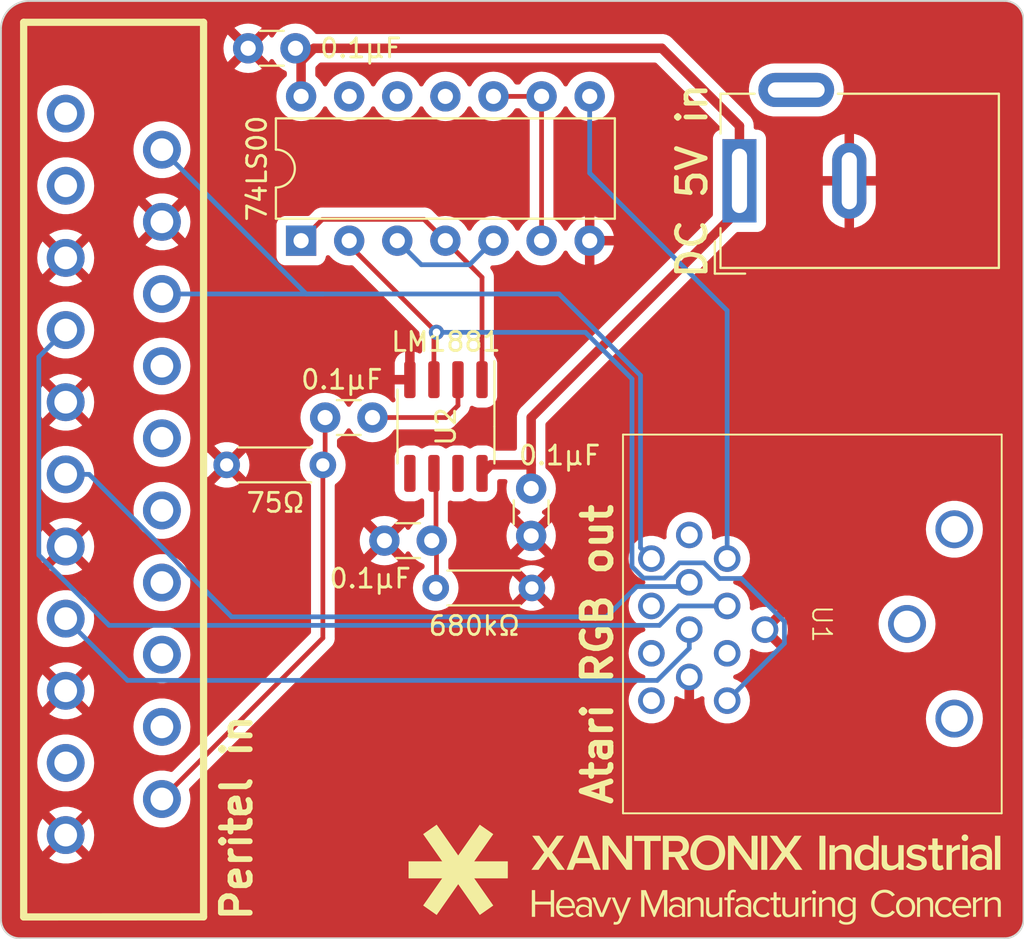
<source format=kicad_pcb>
(kicad_pcb (version 20221018) (generator pcbnew)

  (general
    (thickness 1.6)
  )

  (paper "A4")
  (layers
    (0 "F.Cu" signal)
    (31 "B.Cu" signal)
    (32 "B.Adhes" user "B.Adhesive")
    (33 "F.Adhes" user "F.Adhesive")
    (34 "B.Paste" user)
    (35 "F.Paste" user)
    (36 "B.SilkS" user "B.Silkscreen")
    (37 "F.SilkS" user "F.Silkscreen")
    (38 "B.Mask" user)
    (39 "F.Mask" user)
    (40 "Dwgs.User" user "User.Drawings")
    (41 "Cmts.User" user "User.Comments")
    (42 "Eco1.User" user "User.Eco1")
    (43 "Eco2.User" user "User.Eco2")
    (44 "Edge.Cuts" user)
    (45 "Margin" user)
    (46 "B.CrtYd" user "B.Courtyard")
    (47 "F.CrtYd" user "F.Courtyard")
    (48 "B.Fab" user)
    (49 "F.Fab" user)
    (50 "User.1" user)
    (51 "User.2" user)
    (52 "User.3" user)
    (53 "User.4" user)
    (54 "User.5" user)
    (55 "User.6" user)
    (56 "User.7" user)
    (57 "User.8" user)
    (58 "User.9" user)
  )

  (setup
    (pad_to_mask_clearance 0)
    (pcbplotparams
      (layerselection 0x00010fc_ffffffff)
      (plot_on_all_layers_selection 0x0000000_00000000)
      (disableapertmacros false)
      (usegerberextensions false)
      (usegerberattributes true)
      (usegerberadvancedattributes true)
      (creategerberjobfile true)
      (dashed_line_dash_ratio 12.000000)
      (dashed_line_gap_ratio 3.000000)
      (svgprecision 4)
      (plotframeref false)
      (viasonmask false)
      (mode 1)
      (useauxorigin false)
      (hpglpennumber 1)
      (hpglpenspeed 20)
      (hpglpendiameter 15.000000)
      (dxfpolygonmode true)
      (dxfimperialunits true)
      (dxfusepcbnewfont true)
      (psnegative false)
      (psa4output false)
      (plotreference true)
      (plotvalue true)
      (plotinvisibletext false)
      (sketchpadsonfab false)
      (subtractmaskfromsilk false)
      (outputformat 1)
      (mirror false)
      (drillshape 1)
      (scaleselection 1)
      (outputdirectory "")
    )
  )

  (net 0 "")
  (net 1 "GND")
  (net 2 "Net-(U2-INT)")
  (net 3 "CVBS")
  (net 4 "Net-(U2-VIDEO)")
  (net 5 "unconnected-(J1-P1-Pad1)")
  (net 6 "AUDIO_L")
  (net 7 "unconnected-(J1-P3-Pad3)")
  (net 8 "VIDEO_B")
  (net 9 "unconnected-(J1-P8-Pad8)")
  (net 10 "unconnected-(J1-P10-Pad10)")
  (net 11 "VIDEO_G")
  (net 12 "unconnected-(J1-P12-Pad12)")
  (net 13 "unconnected-(J1-P14-Pad14)")
  (net 14 "VIDEO_R")
  (net 15 "unconnected-(J1-P16-Pad16)")
  (net 16 "unconnected-(J1-P18-Pad18)")
  (net 17 "unconnected-(J1-P19-Pad19)")
  (net 18 "unconnected-(U1-Pad2)")
  (net 19 "unconnected-(U1-Pad3)")
  (net 20 "unconnected-(U1-Pad4)")
  (net 21 "HSYNC")
  (net 22 "unconnected-(U1-Pad11)")
  (net 23 "VSYNC")
  (net 24 "Net-(U2-CSYNC)")
  (net 25 "unconnected-(U2-BURST-Pad5)")
  (net 26 "+5V")
  (net 27 "Net-(U3-Pad3)")
  (net 28 "Net-(U3-Pad10)")
  (net 29 "unconnected-(U2-O{slash}E-Pad7)")
  (net 30 "unconnected-(U1-Pad5)")

  (footprint "Package_DIP:DIP-14_W7.62mm" (layer "F.Cu") (at 133.35 73.66 90))

  (footprint "Capacitor_THT:C_Disc_D3.0mm_W1.6mm_P2.50mm" (layer "F.Cu") (at 133.055 63.5 180))

  (footprint "Capacitor_THT:C_Disc_D3.0mm_W1.6mm_P2.50mm" (layer "F.Cu") (at 134.62 83))

  (footprint "Connector_BarrelJack:BarrelJack_Wuerth_6941xx301002" (layer "F.Cu") (at 156.5 70.5 90))

  (footprint "Capacitor_THT:C_Disc_D3.0mm_W1.6mm_P2.50mm" (layer "F.Cu") (at 145.5 86.75 -90))

  (footprint "Capacitor_THT:C_Disc_D3.0mm_W1.6mm_P2.50mm" (layer "F.Cu") (at 137.75 89.5))

  (footprint "Resistor_THT:R_Axial_DIN0204_L3.6mm_D1.6mm_P5.08mm_Horizontal" (layer "F.Cu") (at 129.42 85.5))

  (footprint "Resistor_THT:R_Axial_DIN0204_L3.6mm_D1.6mm_P5.08mm_Horizontal" (layer "F.Cu") (at 145.54 92 180))

  (footprint "sc1224-scart:SCART" (layer "F.Cu") (at 128.19964 86 90))

  (footprint "Package_SO:SOIC-8_3.9x4.9mm_P1.27mm" (layer "F.Cu") (at 141 83.475 -90))

  (footprint "sc1224-scart:DIN-13" (layer "F.Cu") (at 170.35 93.9 -90))

  (gr_poly
    (pts
      (xy 146.71168 109.367282)
      (xy 146.535996 109.367282)
      (xy 146.535996 108.719583)
      (xy 145.710496 108.719583)
      (xy 145.710496 109.367282)
      (xy 145.534812 109.367282)
      (xy 145.534812 107.955466)
      (xy 145.710496 107.955466)
      (xy 145.710496 108.562949)
      (xy 146.535996 108.562949)
      (xy 146.535996 107.955466)
      (xy 146.71168 107.955466)
    )

    (stroke (width 0) (type solid)) (fill solid) (layer "F.SilkS") (tstamp 04c21770-3c30-43ca-9e53-dd94507d64c1))
  (gr_poly
    (pts
      (xy 160.445912 107.959834)
      (xy 160.451367 107.960236)
      (xy 160.456747 107.960899)
      (xy 160.462043 107.961815)
      (xy 160.467249 107.96298)
      (xy 160.472358 107.964387)
      (xy 160.477364 107.966029)
      (xy 160.482259 107.967901)
      (xy 160.487035 107.969996)
      (xy 160.491687 107.972308)
      (xy 160.496208 107.974831)
      (xy 160.500589 107.977558)
      (xy 160.504825 107.980484)
      (xy 160.508908 107.983602)
      (xy 160.512831 107.986906)
      (xy 160.516588 107.99039)
      (xy 160.520171 107.994048)
      (xy 160.523574 107.997873)
      (xy 160.526789 108.00186)
      (xy 160.529809 108.006001)
      (xy 160.532628 108.010291)
      (xy 160.535238 108.014724)
      (xy 160.537633 108.019293)
      (xy 160.539805 108.023993)
      (xy 160.541748 108.028816)
      (xy 160.543455 108.033757)
      (xy 160.544918 108.03881)
      (xy 160.546131 108.043969)
      (xy 160.547086 108.049226)
      (xy 160.547777 108.054577)
      (xy 160.548197 108.060014)
      (xy 160.548338 108.065532)
      (xy 160.548197 108.071056)
      (xy 160.547777 108.076511)
      (xy 160.547086 108.081891)
      (xy 160.546131 108.087187)
      (xy 160.544918 108.092393)
      (xy 160.543455 108.097502)
      (xy 160.541748 108.102508)
      (xy 160.539805 108.107403)
      (xy 160.537633 108.112179)
      (xy 160.535238 108.116831)
      (xy 160.532628 108.121352)
      (xy 160.529809 108.125733)
      (xy 160.526789 108.129969)
      (xy 160.523574 108.134052)
      (xy 160.520171 108.137976)
      (xy 160.516588 108.141732)
      (xy 160.512831 108.145315)
      (xy 160.508908 108.148718)
      (xy 160.504825 108.151933)
      (xy 160.500589 108.154953)
      (xy 160.496208 108.157772)
      (xy 160.491687 108.160382)
      (xy 160.487035 108.162777)
      (xy 160.482259 108.16495)
      (xy 160.477364 108.166892)
      (xy 160.472358 108.168599)
      (xy 160.467249 108.170062)
      (xy 160.462043 108.171275)
      (xy 160.456747 108.17223)
      (xy 160.451367 108.172921)
      (xy 160.445912 108.173341)
      (xy 160.440388 108.173482)
      (xy 160.435057 108.173341)
      (xy 160.429782 108.172921)
      (xy 160.424571 108.17223)
      (xy 160.419432 108.171275)
      (xy 160.414373 108.170062)
      (xy 160.409399 108.168599)
      (xy 160.40452 108.166892)
      (xy 160.399742 108.16495)
      (xy 160.395072 108.162777)
      (xy 160.390518 108.160382)
      (xy 160.386087 108.157772)
      (xy 160.381787 108.154953)
      (xy 160.377625 108.151933)
      (xy 160.373608 108.148718)
      (xy 160.369744 108.145315)
      (xy 160.36604 108.141732)
      (xy 160.362504 108.137976)
      (xy 160.359142 108.134052)
      (xy 160.355962 108.129969)
      (xy 160.352972 108.125733)
      (xy 160.350179 108.121352)
      (xy 160.34759 108.116831)
      (xy 160.345213 108.112179)
      (xy 160.343055 108.107403)
      (xy 160.341123 108.102508)
      (xy 160.339424 108.097502)
      (xy 160.337967 108.092393)
      (xy 160.336758 108.087187)
      (xy 160.335805 108.081891)
      (xy 160.335116 108.076511)
      (xy 160.334696 108.071056)
      (xy 160.334555 108.065532)
      (xy 160.334696 108.060014)
      (xy 160.335116 108.054577)
      (xy 160.335805 108.049226)
      (xy 160.336758 108.043969)
      (xy 160.337967 108.03881)
      (xy 160.339424 108.033757)
      (xy 160.341123 108.028816)
      (xy 160.343055 108.023993)
      (xy 160.345213 108.019293)
      (xy 160.34759 108.014724)
      (xy 160.350179 108.010291)
      (xy 160.352972 108.006001)
      (xy 160.355962 108.00186)
      (xy 160.359142 107.997873)
      (xy 160.362504 107.994048)
      (xy 160.36604 107.99039)
      (xy 160.369744 107.986906)
      (xy 160.373608 107.983602)
      (xy 160.377625 107.980484)
      (xy 160.381787 107.977558)
      (xy 160.386087 107.974831)
      (xy 160.390518 107.972308)
      (xy 160.395072 107.969996)
      (xy 160.399742 107.967901)
      (xy 160.40452 107.966029)
      (xy 160.409399 107.964387)
      (xy 160.414373 107.96298)
      (xy 160.419432 107.961815)
      (xy 160.424571 107.960899)
      (xy 160.429782 107.960236)
      (xy 160.435057 107.959834)
      (xy 160.440388 107.959699)
    )

    (stroke (width 0) (type solid)) (fill solid) (layer "F.SilkS") (tstamp 097a4810-8236-4cc9-8d97-17989aed30d9))
  (gr_poly
    (pts
      (xy 150.514059 106.360875)
      (xy 150.514059 105.084366)
      (xy 150.829812 105.084366)
      (xy 150.829812 106.884433)
      (xy 150.524853 106.884433)
      (xy 149.585689 105.57284)
      (xy 149.585689 106.884433)
      (xy 149.269935 106.884433)
      (xy 149.269935 105.084366)
      (xy 149.593785 105.084366)
    )

    (stroke (width 0) (type solid)) (fill solid) (layer "F.SilkS") (tstamp 1b792017-f113-4190-ad02-d3b7f14eddcb))
  (gr_poly
    (pts
      (xy 148.351903 108.320686)
      (xy 148.390874 108.3242)
      (xy 148.428579 108.33015)
      (xy 148.446891 108.334064)
      (xy 148.464808 108.338615)
      (xy 148.482303 108.343815)
      (xy 148.499351 108.349673)
      (xy 148.515924 108.356197)
      (xy 148.531996 108.363399)
      (xy 148.547541 108.371288)
      (xy 148.562532 108.379873)
      (xy 148.576944 108.389165)
      (xy 148.59075 108.399172)
      (xy 148.603923 108.409905)
      (xy 148.616437 108.421373)
      (xy 148.628266 108.433585)
      (xy 148.639384 108.446553)
      (xy 148.649763 108.460285)
      (xy 148.659378 108.47479)
      (xy 148.668203 108.49008)
      (xy 148.67621 108.506163)
      (xy 148.683374 108.523049)
      (xy 148.689669 108.540747)
      (xy 148.695067 108.559268)
      (xy 148.699543 108.578621)
      (xy 148.70307 108.598816)
      (xy 148.705622 108.619863)
      (xy 148.707173 108.64177)
      (xy 148.707696 108.664549)
      (xy 148.707696 109.367282)
      (xy 148.548945 109.367282)
      (xy 148.548945 109.250866)
      (xy 148.532701 109.267806)
      (xy 148.515728 109.283699)
      (xy 148.498042 109.298537)
      (xy 148.479658 109.312315)
      (xy 148.460592 109.325027)
      (xy 148.440859 109.336665)
      (xy 148.420476 109.347225)
      (xy 148.399456 109.356699)
      (xy 148.377817 109.365082)
      (xy 148.355573 109.372368)
      (xy 148.332739 109.378549)
      (xy 148.309333 109.383621)
      (xy 148.285368 109.387576)
      (xy 148.26086 109.390409)
      (xy 148.235825 109.392113)
      (xy 148.210279 109.392683)
      (xy 148.193982 109.392342)
      (xy 148.177659 109.391321)
      (xy 148.145076 109.387246)
      (xy 148.128887 109.384196)
      (xy 148.112815 109.380474)
      (xy 148.096895 109.376081)
      (xy 148.081162 109.37102)
      (xy 148.065653 109.365292)
      (xy 148.050403 109.358899)
      (xy 148.035447 109.351844)
      (xy 148.020821 109.344127)
      (xy 148.006561 109.335752)
      (xy 147.992703 109.32672)
      (xy 147.979282 109.317033)
      (xy 147.966333 109.306693)
      (xy 147.953894 109.295702)
      (xy 147.941998 109.284061)
      (xy 147.930682 109.271773)
      (xy 147.919982 109.258841)
      (xy 147.909932 109.245264)
      (xy 147.90057 109.231046)
      (xy 147.89193 109.216189)
      (xy 147.884048 109.200694)
      (xy 147.87696 109.184564)
      (xy 147.870701 109.1678)
      (xy 147.865307 109.150404)
      (xy 147.860814 109.132378)
      (xy 147.857258 109.113724)
      (xy 147.854673 109.094445)
      (xy 147.853096 109.074542)
      (xy 147.852618 109.056132)
      (xy 148.015545 109.056132)
      (xy 148.015848 109.06813)
      (xy 148.016746 109.079906)
      (xy 148.018231 109.09145)
      (xy 148.020291 109.102753)
      (xy 148.022916 109.113802)
      (xy 148.026094 109.124588)
      (xy 148.029814 109.135101)
      (xy 148.034066 109.14533)
      (xy 148.038839 109.155264)
      (xy 148.044122 109.164893)
      (xy 148.049905 109.174206)
      (xy 148.056175 109.183194)
      (xy 148.062924 109.191845)
      (xy 148.070138 109.20015)
      (xy 148.077809 109.208097)
      (xy 148.085924 109.215676)
      (xy 148.094474 109.222877)
      (xy 148.103447 109.229689)
      (xy 148.112832 109.236102)
      (xy 148.122619 109.242105)
      (xy 148.132796 109.247688)
      (xy 148.143353 109.252841)
      (xy 148.15428 109.257552)
      (xy 148.165564 109.261812)
      (xy 148.177195 109.26561)
      (xy 148.189163 109.268936)
      (xy 148.201457 109.271779)
      (xy 148.214065 109.274128)
      (xy 148.226977 109.275973)
      (xy 148.240183 109.277305)
      (xy 148.25367 109.278111)
      (xy 148.267428 109.278382)
      (xy 148.288403 109.277886)
      (xy 148.309216 109.276398)
      (xy 148.329806 109.273917)
      (xy 148.350111 109.270444)
      (xy 148.370068 109.26598)
      (xy 148.389617 109.260523)
      (xy 148.408694 109.254073)
      (xy 148.427237 109.246632)
      (xy 148.445185 109.238198)
      (xy 148.462476 109.228773)
      (xy 148.479048 109.218355)
      (xy 148.494838 109.206944)
      (xy 148.509785 109.194542)
      (xy 148.516923 109.187969)
      (xy 148.523826 109.181148)
      (xy 148.530488 109.174078)
      (xy 148.536901 109.166761)
      (xy 148.543056 109.159195)
      (xy 148.548945 109.151382)
      (xy 148.548945 108.958766)
      (xy 148.536901 108.943387)
      (xy 148.523826 108.929)
      (xy 148.509785 108.915606)
      (xy 148.494838 108.903203)
      (xy 148.479047 108.891793)
      (xy 148.462476 108.881375)
      (xy 148.445185 108.871949)
      (xy 148.427236 108.863516)
      (xy 148.408693 108.856074)
      (xy 148.389616 108.849625)
      (xy 148.370068 108.844168)
      (xy 148.35011 108.839703)
      (xy 148.329806 108.836231)
      (xy 148.309216 108.83375)
      (xy 148.288403 108.832262)
      (xy 148.267428 108.831766)
      (xy 148.25367 108.832037)
      (xy 148.240183 108.832844)
      (xy 148.226978 108.834176)
      (xy 148.214066 108.836024)
      (xy 148.201457 108.838377)
      (xy 148.189164 108.841226)
      (xy 148.177196 108.844559)
      (xy 148.165564 108.848368)
      (xy 148.15428 108.852642)
      (xy 148.143354 108.857371)
      (xy 148.132797 108.862545)
      (xy 148.122619 108.868154)
      (xy 148.112832 108.874188)
      (xy 148.103447 108.880636)
      (xy 148.094474 108.887489)
      (xy 148.085925 108.894736)
      (xy 148.077809 108.902368)
      (xy 148.070139 108.910375)
      (xy 148.062924 108.918745)
      (xy 148.056176 108.92747)
      (xy 148.049905 108.936539)
      (xy 148.044123 108.945943)
      (xy 148.038839 108.95567)
      (xy 148.034066 108.965711)
      (xy 148.029814 108.976056)
      (xy 148.026094 108.986695)
      (xy 148.022916 108.997617)
      (xy 148.020291 109.008813)
      (xy 148.018231 109.020273)
      (xy 148.016746 109.031986)
      (xy 148.015848 109.043943)
      (xy 148.015545 109.056132)
      (xy 147.852618 109.056132)
      (xy 147.852563 109.054016)
      (xy 147.853096 109.032938)
      (xy 147.854673 109.012564)
      (xy 147.857258 108.992893)
      (xy 147.860814 108.973922)
      (xy 147.865307 108.955648)
      (xy 147.870701 108.93807)
      (xy 147.87696 108.921184)
      (xy 147.884048 108.904989)
      (xy 147.89193 108.889483)
      (xy 147.90057 108.874663)
      (xy 147.909932 108.860526)
      (xy 147.919982 108.84707)
      (xy 147.930682 108.834294)
      (xy 147.941998 108.822194)
      (xy 147.953894 108.810769)
      (xy 147.966333 108.800016)
      (xy 147.979282 108.789932)
      (xy 147.992703 108.780516)
      (xy 148.006561 108.771765)
      (xy 148.020821 108.763677)
      (xy 148.035447 108.756249)
      (xy 148.050403 108.749479)
      (xy 148.081162 108.737905)
      (xy 148.112815 108.728935)
      (xy 148.145076 108.722551)
      (xy 148.177659 108.718734)
      (xy 148.210279 108.717466)
      (xy 148.236197 108.717988)
      (xy 148.261554 108.719562)
      (xy 148.286335 108.722196)
      (xy 148.310523 108.725899)
      (xy 148.334103 108.730682)
      (xy 148.357061 108.736553)
      (xy 148.379379 108.743522)
      (xy 148.401044 108.751597)
      (xy 148.422038 108.760789)
      (xy 148.442347 108.771106)
      (xy 148.461956 108.782558)
      (xy 148.480848 108.795154)
      (xy 148.499009 108.808904)
      (xy 148.516422 108.823816)
      (xy 148.533073 108.8399)
      (xy 148.548945 108.857166)
      (xy 148.548945 108.673016)
      (xy 148.548625 108.660292)
      (xy 148.547673 108.647918)
      (xy 148.546103 108.635899)
      (xy 148.543927 108.624237)
      (xy 148.541158 108.612937)
      (xy 148.537811 108.602001)
      (xy 148.533898 108.591434)
      (xy 148.529432 108.581238)
      (xy 148.524427 108.571418)
      (xy 148.518896 108.561976)
      (xy 148.512851 108.552916)
      (xy 148.506306 108.544242)
      (xy 148.499275 108.535957)
      (xy 148.491769 108.528065)
      (xy 148.483804 108.520569)
      (xy 148.475391 108.513472)
      (xy 148.466544 108.506778)
      (xy 148.457276 108.500491)
      (xy 148.447601 108.494614)
      (xy 148.437531 108.489151)
      (xy 148.427079 108.484104)
      (xy 148.41626 108.479478)
      (xy 148.405085 108.475277)
      (xy 148.393569 108.471502)
      (xy 148.369563 108.46525)
      (xy 148.344348 108.460749)
      (xy 148.318029 108.458029)
      (xy 148.290712 108.457115)
      (xy 148.267962 108.457638)
      (xy 148.245737 108.459216)
      (xy 148.224014 108.461859)
      (xy 148.202771 108.465582)
      (xy 148.181987 108.470396)
      (xy 148.161641 108.476314)
      (xy 148.14171 108.483349)
      (xy 148.122173 108.491511)
      (xy 148.103007 108.500815)
      (xy 148.084192 108.511273)
      (xy 148.065706 108.522896)
      (xy 148.047527 108.535697)
      (xy 148.029633 108.549689)
      (xy 148.012002 108.564884)
      (xy 147.994614 108.581294)
      (xy 147.977445 108.598932)
      (xy 147.903362 108.488866)
      (xy 147.924251 108.468128)
      (xy 147.945658 108.448773)
      (xy 147.967605 108.430795)
      (xy 147.990113 108.414187)
      (xy 148.013203 108.398944)
      (xy 148.036898 108.385058)
      (xy 148.06122 108.372524)
      (xy 148.086189 108.361337)
      (xy 148.111829 108.351488)
      (xy 148.138159 108.342973)
      (xy 148.165203 108.335785)
      (xy 148.192982 108.329917)
      (xy 148.221517 108.325365)
      (xy 148.25083 108.32212)
      (xy 148.280944 108.320178)
      (xy 148.311879 108.319532)
    )

    (stroke (width 0) (type solid)) (fill solid) (layer "F.SilkS") (tstamp 1d537a32-c095-4159-b96b-97cc55e53437))
  (gr_poly
    (pts
      (xy 157.745117 108.319753)
      (xy 157.761919 108.320412)
      (xy 157.778291 108.321499)
      (xy 157.794241 108.323004)
      (xy 157.809777 108.324919)
      (xy 157.824907 108.327233)
      (xy 157.839639 108.329939)
      (xy 157.853982 108.333025)
      (xy 157.867944 108.336484)
      (xy 157.881533 108.340305)
      (xy 157.894756 108.34448)
      (xy 157.907622 108.349)
      (xy 157.92014 108.353853)
      (xy 157.932317 108.359033)
      (xy 157.944161 108.364529)
      (xy 157.955681 108.370332)
      (xy 157.966885 108.376432)
      (xy 157.977781 108.382821)
      (xy 157.988376 108.389489)
      (xy 157.99868 108.396426)
      (xy 158.018445 108.411073)
      (xy 158.03714 108.426688)
      (xy 158.05483 108.443195)
      (xy 158.071581 108.460521)
      (xy 158.087458 108.478592)
      (xy 158.102525 108.497332)
      (xy 157.996692 108.594698)
      (xy 157.983768 108.577853)
      (xy 157.970399 108.562229)
      (xy 157.956582 108.547808)
      (xy 157.94232 108.534572)
      (xy 157.92761 108.522501)
      (xy 157.912455 108.511578)
      (xy 157.896853 108.501783)
      (xy 157.880804 108.493098)
      (xy 157.864309 108.485505)
      (xy 157.847367 108.478984)
      (xy 157.829979 108.473518)
      (xy 157.812145 108.469087)
      (xy 157.793864 108.465674)
      (xy 157.775136 108.463258)
      (xy 157.755962 108.461823)
      (xy 157.736342 108.461348)
      (xy 157.716146 108.461835)
      (xy 157.696444 108.463281)
      (xy 157.677244 108.465668)
      (xy 157.658558 108.468976)
      (xy 157.640394 108.473184)
      (xy 157.622762 108.478273)
      (xy 157.605672 108.484223)
      (xy 157.589134 108.491015)
      (xy 157.573156 108.498628)
      (xy 157.55775 108.507043)
      (xy 157.542924 108.51624)
      (xy 157.528689 108.5262)
      (xy 157.515053 108.536902)
      (xy 157.502027 108.548327)
      (xy 157.489621 108.560456)
      (xy 157.477843 108.573267)
      (xy 157.466705 108.586742)
      (xy 157.456214 108.600861)
      (xy 157.446382 108.615603)
      (xy 157.437217 108.63095)
      (xy 157.42873 108.646882)
      (xy 157.420931 108.663378)
      (xy 157.413828 108.680419)
      (xy 157.407431 108.697985)
      (xy 157.401751 108.716057)
      (xy 157.396797 108.734614)
      (xy 157.392578 108.753637)
      (xy 157.389105 108.773106)
      (xy 157.386386 108.793002)
      (xy 157.384433 108.813304)
      (xy 157.383253 108.833992)
      (xy 157.382858 108.855048)
      (xy 157.383253 108.87611)
      (xy 157.384433 108.896817)
      (xy 157.386386 108.917148)
      (xy 157.389105 108.937082)
      (xy 157.392578 108.956599)
      (xy 157.396797 108.975678)
      (xy 157.401751 108.9943)
      (xy 157.407431 109.012443)
      (xy 157.413828 109.030086)
      (xy 157.420931 109.04721)
      (xy 157.42873 109.063794)
      (xy 157.437217 109.079816)
      (xy 157.446382 109.095258)
      (xy 157.456214 109.110097)
      (xy 157.466705 109.124314)
      (xy 157.477843 109.137888)
      (xy 157.489621 109.150799)
      (xy 157.502027 109.163025)
      (xy 157.515053 109.174547)
      (xy 157.528689 109.185344)
      (xy 157.542924 109.195395)
      (xy 157.55775 109.204679)
      (xy 157.573156 109.213177)
      (xy 157.589134 109.220868)
      (xy 157.605672 109.227731)
      (xy 157.622762 109.233745)
      (xy 157.640394 109.238891)
      (xy 157.658558 109.243147)
      (xy 157.677244 109.246493)
      (xy 157.696444 109.248908)
      (xy 157.716146 109.250372)
      (xy 157.736342 109.250865)
      (xy 157.755962 109.250367)
      (xy 157.775136 109.248868)
      (xy 157.793864 109.246358)
      (xy 157.812145 109.242828)
      (xy 157.829979 109.238269)
      (xy 157.847367 109.232671)
      (xy 157.864309 109.226025)
      (xy 157.880804 109.218322)
      (xy 157.896853 109.209552)
      (xy 157.912455 109.199706)
      (xy 157.92761 109.188775)
      (xy 157.94232 109.176749)
      (xy 157.956582 109.16362)
      (xy 157.970399 109.149377)
      (xy 157.983768 109.134012)
      (xy 157.996692 109.117515)
      (xy 158.102525 109.214882)
      (xy 158.087458 109.233622)
      (xy 158.071582 109.251692)
      (xy 158.054831 109.269018)
      (xy 158.03714 109.285525)
      (xy 158.018445 109.30114)
      (xy 157.998681 109.315787)
      (xy 157.977781 109.329393)
      (xy 157.955682 109.341882)
      (xy 157.932317 109.35318)
      (xy 157.907623 109.363214)
      (xy 157.881533 109.371908)
      (xy 157.853983 109.379188)
      (xy 157.824907 109.38498)
      (xy 157.794241 109.389209)
      (xy 157.761919 109.391801)
      (xy 157.727876 109.392682)
      (xy 157.699596 109.392005)
      (xy 157.671918 109.389993)
      (xy 157.644861 109.386675)
      (xy 157.618446 109.382082)
      (xy 157.592691 109.376242)
      (xy 157.567616 109.369186)
      (xy 157.54324 109.360941)
      (xy 157.519582 109.351539)
      (xy 157.496663 109.341008)
      (xy 157.474501 109.329378)
      (xy 157.453115 109.316678)
      (xy 157.432526 109.302938)
      (xy 157.412752 109.288188)
      (xy 157.393813 109.272456)
      (xy 157.375728 109.255772)
      (xy 157.358517 109.238165)
      (xy 157.342199 109.219666)
      (xy 157.326793 109.200303)
      (xy 157.312318 109.180106)
      (xy 157.298795 109.159104)
      (xy 157.286243 109.137328)
      (xy 157.27468 109.114805)
      (xy 157.264126 109.091567)
      (xy 157.254601 109.067641)
      (xy 157.246124 109.043059)
      (xy 157.238715 109.017848)
      (xy 157.232392 108.992039)
      (xy 157.227176 108.965661)
      (xy 157.223084 108.938744)
      (xy 157.220138 108.911316)
      (xy 157.218356 108.883408)
      (xy 157.217758 108.855049)
      (xy 157.217758 108.855048)
      (xy 157.218356 108.826881)
      (xy 157.220138 108.799154)
      (xy 157.223084 108.771895)
      (xy 157.227176 108.745135)
      (xy 157.232392 108.718903)
      (xy 157.238715 108.69323)
      (xy 157.246124 108.668146)
      (xy 157.254601 108.643679)
      (xy 157.264126 108.619861)
      (xy 157.27468 108.59672)
      (xy 157.286243 108.574288)
      (xy 157.298795 108.552592)
      (xy 157.312318 108.531664)
      (xy 157.326793 108.511534)
      (xy 157.342199 108.49223)
      (xy 157.358517 108.473784)
      (xy 157.375728 108.456224)
      (xy 157.393813 108.439581)
      (xy 157.412752 108.423884)
      (xy 157.432526 108.409163)
      (xy 157.453115 108.395449)
      (xy 157.474501 108.382771)
      (xy 157.496663 108.371158)
      (xy 157.519582 108.360641)
      (xy 157.54324 108.35125)
      (xy 157.567616 108.343014)
      (xy 157.592691 108.335963)
      (xy 157.618446 108.330127)
      (xy 157.644861 108.325536)
      (xy 157.671918 108.32222)
      (xy 157.699596 108.320209)
      (xy 157.727876 108.319532)
    )

    (stroke (width 0) (type solid)) (fill solid) (layer "F.SilkS") (tstamp 25a100fb-619a-4bdb-83b4-e6a78ec40c77))
  (gr_poly
    (pts
      (xy 164.193722 107.932534)
      (xy 164.217012 107.933577)
      (xy 164.239826 107.935296)
      (xy 164.262168 107.937677)
      (xy 164.284042 107.940705)
      (xy 164.305452 107.944364)
      (xy 164.326401 107.948639)
      (xy 164.346893 107.953515)
      (xy 164.366933 107.958977)
      (xy 164.386524 107.96501)
      (xy 164.40567 107.971599)
      (xy 164.424375 107.978729)
      (xy 164.442643 107.986384)
      (xy 164.460477 107.99455)
      (xy 164.477882 108.003211)
      (xy 164.494862 108.012352)
      (xy 164.51142 108.021958)
      (xy 164.52756 108.032014)
      (xy 164.543286 108.042505)
      (xy 164.558601 108.053416)
      (xy 164.588019 108.076436)
      (xy 164.615842 108.100954)
      (xy 164.642103 108.126848)
      (xy 164.666832 108.153999)
      (xy 164.690061 108.182284)
      (xy 164.711819 108.211583)
      (xy 164.563653 108.294133)
      (xy 164.547814 108.272293)
      (xy 164.530502 108.251278)
      (xy 164.511783 108.231169)
      (xy 164.49172 108.212046)
      (xy 164.470381 108.193989)
      (xy 164.447828 108.177079)
      (xy 164.424129 108.161398)
      (xy 164.399348 108.147024)
      (xy 164.373549 108.13404)
      (xy 164.346799 108.122526)
      (xy 164.319161 108.112561)
      (xy 164.290702 108.104228)
      (xy 164.261487 108.097606)
      (xy 164.23158 108.092776)
      (xy 164.201047 108.08982)
      (xy 164.169952 108.088816)
      (xy 164.141779 108.089506)
      (xy 164.114034 108.091561)
      (xy 164.086746 108.094953)
      (xy 164.059948 108.09966)
      (xy 164.033669 108.105654)
      (xy 164.007939 108.112912)
      (xy 163.982791 108.121408)
      (xy 163.958253 108.131116)
      (xy 163.934357 108.142012)
      (xy 163.911134 108.15407)
      (xy 163.888614 108.167266)
      (xy 163.866828 108.181573)
      (xy 163.845805 108.196967)
      (xy 163.825578 108.213423)
      (xy 163.806176 108.230915)
      (xy 163.787631 108.249418)
      (xy 163.769972 108.268907)
      (xy 163.75323 108.289357)
      (xy 163.737437 108.310743)
      (xy 163.722622 108.333039)
      (xy 163.708816 108.35622)
      (xy 163.696051 108.380261)
      (xy 163.684355 108.405137)
      (xy 163.673761 108.430823)
      (xy 163.664299 108.457293)
      (xy 163.655998 108.484522)
      (xy 163.648891 108.512486)
      (xy 163.643008 108.541158)
      (xy 163.638378 108.570514)
      (xy 163.635033 108.600529)
      (xy 163.633004 108.631176)
      (xy 163.632321 108.662432)
      (xy 163.633004 108.693502)
      (xy 163.635033 108.723987)
      (xy 163.638378 108.753862)
      (xy 163.643008 108.783099)
      (xy 163.648891 108.811673)
      (xy 163.655998 108.839556)
      (xy 163.664299 108.866724)
      (xy 163.673761 108.893149)
      (xy 163.684355 108.918805)
      (xy 163.696051 108.943666)
      (xy 163.708816 108.967705)
      (xy 163.722622 108.990896)
      (xy 163.737437 109.013213)
      (xy 163.75323 109.034629)
      (xy 163.769972 109.055118)
      (xy 163.787631 109.074653)
      (xy 163.806176 109.093209)
      (xy 163.825578 109.110759)
      (xy 163.845805 109.127276)
      (xy 163.866828 109.142734)
      (xy 163.888614 109.157107)
      (xy 163.911134 109.170368)
      (xy 163.934357 109.182492)
      (xy 163.958253 109.193451)
      (xy 163.982791 109.20322)
      (xy 164.007939 109.211772)
      (xy 164.033669 109.21908)
      (xy 164.059948 109.225119)
      (xy 164.086746 109.229861)
      (xy 164.114034 109.233281)
      (xy 164.141779 109.235353)
      (xy 164.169952 109.236049)
      (xy 164.185566 109.235803)
      (xy 164.201047 109.235069)
      (xy 164.216388 109.233857)
      (xy 164.23158 109.232175)
      (xy 164.246616 109.230034)
      (xy 164.261487 109.22744)
      (xy 164.276185 109.224404)
      (xy 164.290702 109.220935)
      (xy 164.30503 109.21704)
      (xy 164.319161 109.21273)
      (xy 164.346799 109.202898)
      (xy 164.373549 109.191509)
      (xy 164.399348 109.178635)
      (xy 164.424129 109.164347)
      (xy 164.447828 109.148716)
      (xy 164.470381 109.131814)
      (xy 164.49172 109.113712)
      (xy 164.511783 109.094482)
      (xy 164.530502 109.074194)
      (xy 164.547814 109.052921)
      (xy 164.563653 109.030733)
      (xy 164.713937 109.113282)
      (xy 164.691108 109.14293)
      (xy 164.667036 109.171474)
      (xy 164.641667 109.198803)
      (xy 164.61495 109.224804)
      (xy 164.586831 109.249367)
      (xy 164.557258 109.27238)
      (xy 164.526179 109.29373)
      (xy 164.493539 109.313307)
      (xy 164.459288 109.330999)
      (xy 164.423371 109.346694)
      (xy 164.385736 109.360281)
      (xy 164.346331 109.371648)
      (xy 164.305103 109.380683)
      (xy 164.261999 109.387275)
      (xy 164.216966 109.391312)
      (xy 164.169952 109.392682)
      (xy 164.169952 109.392683)
      (xy 164.132691 109.39182)
      (xy 164.095944 109.389249)
      (xy 164.059756 109.385)
      (xy 164.024171 109.379102)
      (xy 163.989233 109.371584)
      (xy 163.954984 109.362475)
      (xy 163.92147 109.351805)
      (xy 163.888734 109.339601)
      (xy 163.856819 109.325893)
      (xy 163.82577 109.310711)
      (xy 163.79563 109.294083)
      (xy 163.766443 109.276039)
      (xy 163.738253 109.256607)
      (xy 163.711103 109.235817)
      (xy 163.685038 109.213697)
      (xy 163.660101 109.190277)
      (xy 163.636336 109.165585)
      (xy 163.613787 109.139652)
      (xy 163.592498 109.112505)
      (xy 163.572512 109.084175)
      (xy 163.553873 109.054689)
      (xy 163.536625 109.024078)
      (xy 163.520812 108.992369)
      (xy 163.506478 108.959593)
      (xy 163.493665 108.925778)
      (xy 163.48242 108.890954)
      (xy 163.472784 108.855149)
      (xy 163.464802 108.818393)
      (xy 163.458517 108.780714)
      (xy 163.453974 108.742141)
      (xy 163.451216 108.702705)
      (xy 163.450287 108.662433)
      (xy 163.451216 108.622161)
      (xy 163.453974 108.582725)
      (xy 163.458517 108.544152)
      (xy 163.464801 108.506473)
      (xy 163.472784 108.469717)
      (xy 163.482419 108.433912)
      (xy 163.493665 108.399088)
      (xy 163.506477 108.365273)
      (xy 163.520811 108.332497)
      (xy 163.536624 108.300788)
      (xy 163.553872 108.270177)
      (xy 163.572511 108.240691)
      (xy 163.592497 108.212361)
      (xy 163.613786 108.185214)
      (xy 163.636335 108.15928)
      (xy 163.6601 108.134589)
      (xy 163.685037 108.111169)
      (xy 163.711102 108.089049)
      (xy 163.738251 108.068259)
      (xy 163.766442 108.048827)
      (xy 163.795628 108.030782)
      (xy 163.825769 108.014155)
      (xy 163.856818 107.998972)
      (xy 163.888733 107.985265)
      (xy 163.921469 107.973061)
      (xy 163.954983 107.96239)
      (xy 163.989232 107.953281)
      (xy 164.02417 107.945764)
      (xy 164.059756 107.939866)
      (xy 164.095944 107.935617)
      (xy 164.13269 107.933046)
      (xy 164.169952 107.932183)
    )

    (stroke (width 0) (type solid)) (fill solid) (layer "F.SilkS") (tstamp 28a983d9-9707-4b77-a6ac-991f33a9e9b2))
  (gr_poly
    (pts
      (xy 150.263445 109.183132)
      (xy 150.602112 108.344932)
      (xy 150.775677 108.344932)
      (xy 150.263445 109.574716)
      (xy 150.251442 109.601439)
      (xy 150.238463 109.626082)
      (xy 150.224522 109.648697)
      (xy 150.209636 109.669337)
      (xy 150.201843 109.678933)
      (xy 150.193819 109.688055)
      (xy 150.185567 109.696709)
      (xy 150.177088 109.704903)
      (xy 150.168384 109.712642)
      (xy 150.159457 109.719934)
      (xy 150.15031 109.726785)
      (xy 150.140943 109.733201)
      (xy 150.121561 109.744756)
      (xy 150.101326 109.754653)
      (xy 150.080254 109.762943)
      (xy 150.05836 109.76968)
      (xy 150.03566 109.774917)
      (xy 150.01217 109.778705)
      (xy 149.987904 109.781098)
      (xy 149.962879 109.782149)
      (xy 149.949369 109.78186)
      (xy 149.934568 109.781025)
      (xy 149.918975 109.779693)
      (xy 149.903083 109.777916)
      (xy 149.88739 109.775741)
      (xy 149.872391 109.773219)
      (xy 149.858583 109.7704)
      (xy 149.852281 109.768894)
      (xy 149.846462 109.767332)
      (xy 149.871861 109.623399)
      (xy 149.876394 109.625333)
      (xy 149.881233 109.627165)
      (xy 149.886339 109.628892)
      (xy 149.891672 109.63051)
      (xy 149.89719 109.632016)
      (xy 149.902855 109.633408)
      (xy 149.908624 109.634682)
      (xy 149.914459 109.635835)
      (xy 149.926163 109.637765)
      (xy 149.937643 109.639175)
      (xy 149.948578 109.640039)
      (xy 149.95374 109.640259)
      (xy 149.958645 109.640333)
      (xy 149.971472 109.640051)
      (xy 149.983772 109.639167)
      (xy 149.995563 109.637626)
      (xy 150.006865 109.635372)
      (xy 150.012338 109.63396)
      (xy 150.017695 109.632349)
      (xy 150.02294 109.630531)
      (xy 150.028073 109.628501)
      (xy 150.033098 109.62625)
      (xy 150.038017 109.623772)
      (xy 150.042832 109.621061)
      (xy 150.047545 109.618108)
      (xy 150.052159 109.614907)
      (xy 150.056676 109.611451)
      (xy 150.061099 109.607733)
      (xy 150.065429 109.603746)
      (xy 150.06967 109.599483)
      (xy 150.073822 109.594937)
      (xy 150.07789 109.590101)
      (xy 150.081875 109.584969)
      (xy 150.085779 109.579532)
      (xy 150.089604 109.573785)
      (xy 150.093354 109.56772)
      (xy 150.09703 109.56133)
      (xy 150.100635 109.554608)
      (xy 150.104171 109.547547)
      (xy 150.111045 109.532382)
      (xy 150.178778 109.377866)
      (xy 149.751211 108.344932)
      (xy 149.922661 108.344932)
    )

    (stroke (width 0) (type solid)) (fill solid) (layer "F.SilkS") (tstamp 28c6bc3a-2d32-4989-ba10-d0f3141b95a3))
  (gr_poly
    (pts
      (xy 143.5 105)
      (xy 140.510363 109.269661)
      (xy 139.79511 108.768865)
      (xy 142.784746 104.499203)
    )

    (stroke (width 0) (type solid)) (fill solid) (layer "F.SilkS") (tstamp 2a376715-dabc-42f5-8a4d-6c41139faf04))
  (gr_poly
    (pts
      (xy 161.038808 106.884433)
      (xy 160.723053 106.884433)
      (xy 160.723053 105.084366)
      (xy 161.038808 105.084366)
    )

    (stroke (width 0) (type solid)) (fill solid) (layer "F.SilkS") (tstamp 2ee25e86-9f08-4eb0-b8fa-78f08543074e))
  (gr_poly
    (pts
      (xy 158.462359 108.344932)
      (xy 158.669794 108.344932)
      (xy 158.669794 108.484632)
      (xy 158.462359 108.484632)
      (xy 158.462359 109.119633)
      (xy 158.462757 109.133664)
      (xy 158.463254 109.140478)
      (xy 158.463951 109.147149)
      (xy 158.464848 109.153672)
      (xy 158.465945 109.160039)
      (xy 158.467243 109.166246)
      (xy 158.468742 109.172285)
      (xy 158.470443 109.17815)
      (xy 158.472346 109.183835)
      (xy 158.474451 109.189335)
      (xy 158.476758 109.194642)
      (xy 158.479269 109.199751)
      (xy 158.481983 109.204655)
      (xy 158.484901 109.209348)
      (xy 158.488023 109.213824)
      (xy 158.49135 109.218077)
      (xy 158.494882 109.222101)
      (xy 158.49862 109.225889)
      (xy 158.502563 109.229435)
      (xy 158.506712 109.232733)
      (xy 158.511068 109.235776)
      (xy 158.515631 109.23856)
      (xy 158.520401 109.241076)
      (xy 158.525379 109.24332)
      (xy 158.530566 109.245285)
      (xy 158.53596 109.246964)
      (xy 158.541564 109.248352)
      (xy 158.547377 109.249443)
      (xy 158.553399 109.250229)
      (xy 158.559632 109.250706)
      (xy 158.566075 109.250866)
      (xy 158.57438 109.250646)
      (xy 158.582607 109.250002)
      (xy 158.59073 109.248954)
      (xy 158.598718 109.247525)
      (xy 158.606546 109.245737)
      (xy 158.614184 109.243611)
      (xy 158.621606 109.241168)
      (xy 158.628782 109.23843)
      (xy 158.635685 109.23542)
      (xy 158.642288 109.232159)
      (xy 158.648562 109.228668)
      (xy 158.65448 109.22497)
      (xy 158.660013 109.221085)
      (xy 158.665134 109.217036)
      (xy 158.669814 109.212845)
      (xy 158.674026 109.208533)
      (xy 158.720593 109.327066)
      (xy 158.712849 109.334081)
      (xy 158.704681 109.340824)
      (xy 158.696059 109.347269)
      (xy 158.686958 109.353392)
      (xy 158.677347 109.359167)
      (xy 158.667201 109.36457)
      (xy 158.65649 109.369577)
      (xy 158.645187 109.374161)
      (xy 158.633263 109.3783)
      (xy 158.620692 109.381967)
      (xy 158.607445 109.385137)
      (xy 158.593494 109.387787)
      (xy 158.578811 109.389892)
      (xy 158.563369 109.391425)
      (xy 158.547139 109.392364)
      (xy 158.530093 109.392682)
      (xy 158.516221 109.392429)
      (xy 158.502784 109.39167)
      (xy 158.489781 109.390411)
      (xy 158.477214 109.388656)
      (xy 158.465082 109.386407)
      (xy 158.453386 109.383669)
      (xy 158.442127 109.380446)
      (xy 158.431304 109.376741)
      (xy 158.420919 109.372559)
      (xy 158.410971 109.367903)
      (xy 158.401461 109.362778)
      (xy 158.39239 109.357187)
      (xy 158.383757 109.351133)
      (xy 158.375563 109.344622)
      (xy 158.367809 109.337657)
      (xy 158.360495 109.330241)
      (xy 158.353621 109.322378)
      (xy 158.347188 109.314073)
      (xy 158.341196 109.305329)
      (xy 158.335645 109.296151)
      (xy 158.330536 109.286541)
      (xy 158.32587 109.276504)
      (xy 158.321645 109.266044)
      (xy 158.317864 109.255165)
      (xy 158.314527 109.24387)
      (xy 158.311633 109.232164)
      (xy 158.309183 109.22005)
      (xy 158.307178 109.207532)
      (xy 158.305617 109.194614)
      (xy 158.304503 109.1813)
      (xy 158.30361 109.153499)
      (xy 158.30361 108.484632)
      (xy 158.134276 108.484632)
      (xy 158.134276 108.344932)
      (xy 158.30361 108.344932)
      (xy 158.30361 108.065533)
      (xy 158.462359 108.065533)
    )

    (stroke (width 0) (type solid)) (fill solid) (layer "F.SilkS") (tstamp 32514a47-9a29-40ab-ab22-39be037df96d))
  (gr_poly
    (pts
      (xy 166.968225 105.580936)
      (xy 167.232699 105.580936)
      (xy 167.232699 105.829221)
      (xy 166.968225 105.829221)
      (xy 166.968225 106.512005)
      (xy 166.968351 106.520282)
      (xy 166.96873 106.528409)
      (xy 166.969359 106.536379)
      (xy 166.970238 106.544184)
      (xy 166.971367 106.551818)
      (xy 166.972743 106.559272)
      (xy 166.974367 106.566539)
      (xy 166.976237 106.573612)
      (xy 166.978352 106.580484)
      (xy 166.98071 106.587146)
      (xy 166.983312 106.593592)
      (xy 166.986157 106.599814)
      (xy 166.989242 106.605805)
      (xy 166.992567 106.611557)
      (xy 166.996132 106.617064)
      (xy 166.999935 106.622316)
      (xy 167.003975 106.627308)
      (xy 167.008251 106.632031)
      (xy 167.012763 106.636479)
      (xy 167.017508 106.640643)
      (xy 167.022487 106.644517)
      (xy 167.027699 106.648093)
      (xy 167.033141 106.651364)
      (xy 167.038814 106.654322)
      (xy 167.044716 106.656959)
      (xy 167.050846 106.659269)
      (xy 167.057204 106.661244)
      (xy 167.063788 106.662877)
      (xy 167.070597 106.664159)
      (xy 167.077631 106.665084)
      (xy 167.084888 106.665645)
      (xy 167.092367 106.665834)
      (xy 167.102449 106.665585)
      (xy 167.112428 106.664858)
      (xy 167.122265 106.663681)
      (xy 167.13192 106.662081)
      (xy 167.141354 106.660085)
      (xy 167.150526 106.657721)
      (xy 167.159398 106.655018)
      (xy 167.167931 106.652002)
      (xy 167.176084 106.648702)
      (xy 167.183818 106.645145)
      (xy 167.191093 106.641358)
      (xy 167.19787 106.63737)
      (xy 167.20411 106.633208)
      (xy 167.209772 106.6289)
      (xy 167.214818 106.624473)
      (xy 167.219208 106.619955)
      (xy 167.286676 106.833156)
      (xy 167.276678 106.842101)
      (xy 167.265898 106.850698)
      (xy 167.254311 106.858915)
      (xy 167.241894 106.866722)
      (xy 167.228623 106.874085)
      (xy 167.214474 106.880975)
      (xy 167.199424 106.887358)
      (xy 167.183449 106.893203)
      (xy 167.166526 106.89848)
      (xy 167.148629 106.903155)
      (xy 167.129737 106.907198)
      (xy 167.109824 106.910577)
      (xy 167.088868 106.913259)
      (xy 167.066845 106.915215)
      (xy 167.04373 106.916412)
      (xy 167.019501 106.916817)
      (xy 166.999308 106.91647)
      (xy 166.979719 106.915431)
      (xy 166.960735 106.913704)
      (xy 166.94236 106.911293)
      (xy 166.924596 106.908203)
      (xy 166.907444 106.904436)
      (xy 166.890909 106.899997)
      (xy 166.874992 106.89489)
      (xy 166.859695 106.889119)
      (xy 166.845022 106.882688)
      (xy 166.830974 106.8756)
      (xy 166.817554 106.86786)
      (xy 166.804765 106.859472)
      (xy 166.792608 106.85044)
      (xy 166.781088 106.840767)
      (xy 166.770205 106.830457)
      (xy 166.759962 106.819515)
      (xy 166.750363 106.807945)
      (xy 166.741409 106.79575)
      (xy 166.733102 106.782934)
      (xy 166.725446 106.769501)
      (xy 166.718443 106.755456)
      (xy 166.712095 106.740802)
      (xy 166.706405 106.725543)
      (xy 166.701375 106.709683)
      (xy 166.697007 106.693227)
      (xy 166.693305 106.676177)
      (xy 166.69027 106.658538)
      (xy 166.687906 106.640315)
      (xy 166.686214 106.62151)
      (xy 166.685197 106.602128)
      (xy 166.684857 106.582172)
      (xy 166.684857 105.829221)
      (xy 166.468954 105.829221)
      (xy 166.468954 105.580936)
      (xy 166.684857 105.580936)
      (xy 166.684857 105.224701)
      (xy 166.968225 105.224701)
    )

    (stroke (width 0) (type solid)) (fill solid) (layer "F.SilkS") (tstamp 3f27d436-08e5-4573-9f73-5cedd1aa4215))
  (gr_poly
    (pts
      (xy 160.295396 108.486749)
      (xy 160.28824 108.48526)
      (xy 160.281009 108.483971)
      (xy 160.27363 108.482879)
      (xy 160.266027 108.481986)
      (xy 160.258127 108.481292)
      (xy 160.249854 108.480796)
      (xy 160.241135 108.480498)
      (xy 160.231895 108.480399)
      (xy 160.222666 108.480632)
      (xy 160.213247 108.481322)
      (xy 160.203663 108.482455)
      (xy 160.193936 108.484016)
      (xy 160.184088 108.485991)
      (xy 160.174141 108.488366)
      (xy 160.154042 108.494256)
      (xy 160.133819 108.501573)
      (xy 160.113652 108.510202)
      (xy 160.093721 108.520027)
      (xy 160.074205 108.530934)
      (xy 160.055284 108.542809)
      (xy 160.037138 108.555536)
      (xy 160.019948 108.569002)
      (xy 160.003892 108.58309)
      (xy 159.989151 108.597687)
      (xy 159.975904 108.612678)
      (xy 159.969897 108.620285)
      (xy 159.964331 108.627948)
      (xy 159.959229 108.635652)
      (xy 159.954613 108.643382)
      (xy 159.954613 109.367282)
      (xy 159.795863 109.367282)
      (xy 159.795863 108.344932)
      (xy 159.954613 108.344932)
      (xy 159.954613 108.510032)
      (xy 159.970509 108.49015)
      (xy 159.987227 108.471035)
      (xy 160.004744 108.452756)
      (xy 160.02304 108.435387)
      (xy 160.042093 108.418996)
      (xy 160.06188 108.403657)
      (xy 160.082381 108.389441)
      (xy 160.103573 108.376418)
      (xy 160.125435 108.36466)
      (xy 160.147945 108.354238)
      (xy 160.171081 108.345224)
      (xy 160.194821 108.337689)
      (xy 160.219145 108.331705)
      (xy 160.24403 108.327341)
      (xy 160.269454 108.324671)
      (xy 160.295396 108.323765)
    )

    (stroke (width 0) (type solid)) (fill solid) (layer "F.SilkS") (tstamp 4d93f381-5cc3-47b6-9989-68b748e64475))
  (gr_poly
    (pts
      (xy 143.5 108.768865)
      (xy 142.784798 109.269661)
      (xy 139.79511 105)
      (xy 140.510312 104.499203)
    )

    (stroke (width 0) (type solid)) (fill solid) (layer "F.SilkS") (tstamp 4e917df9-e919-4b49-a05e-050b2d456d2f))
  (gr_poly
    (pts
      (xy 158.920619 109.018032)
      (xy 158.920884 109.034529)
      (xy 158.921675 109.050296)
      (xy 158.922982 109.065346)
      (xy 158.924799 109.079692)
      (xy 158.927116 109.093349)
      (xy 158.929925 109.106329)
      (xy 158.93322 109.118646)
      (xy 158.93699 109.130314)
      (xy 158.941229 109.141347)
      (xy 158.945928 109.151757)
      (xy 158.951078 109.16156)
      (xy 158.956673 109.170767)
      (xy 158.962703 109.179392)
      (xy 158.96916 109.18745)
      (xy 158.976037 109.194954)
      (xy 158.983326 109.201917)
      (xy 158.991017 109.208353)
      (xy 158.999103 109.214276)
      (xy 159.007576 109.219698)
      (xy 159.016428 109.224634)
      (xy 159.02565 109.229097)
      (xy 159.035234 109.233101)
      (xy 159.045173 109.23666)
      (xy 159.055458 109.239786)
      (xy 159.066081 109.242493)
      (xy 159.077033 109.244796)
      (xy 159.099896 109.24824)
      (xy 159.12398 109.250227)
      (xy 159.14922 109.250865)
      (xy 159.160908 109.250656)
      (xy 159.172549 109.250037)
      (xy 159.184133 109.249018)
      (xy 159.195651 109.247612)
      (xy 159.207092 109.245828)
      (xy 159.218449 109.243679)
      (xy 159.22971 109.241176)
      (xy 159.240866 109.23833)
      (xy 159.262823 109.231654)
      (xy 159.284245 109.223741)
      (xy 159.305052 109.214681)
      (xy 159.325168 109.204563)
      (xy 159.344516 109.193478)
      (xy 159.363016 109.181515)
      (xy 159.380593 109.168765)
      (xy 159.397168 109.155317)
      (xy 159.412664 109.141262)
      (xy 159.427003 109.126689)
      (xy 159.440109 109.111688)
      (xy 159.451903 109.096348)
      (xy 159.451903 108.344932)
      (xy 159.610654 108.344932)
      (xy 159.610654 109.367282)
      (xy 159.451903 109.367282)
      (xy 159.451903 109.223349)
      (xy 159.436582 109.239901)
      (xy 159.420024 109.256149)
      (xy 159.402282 109.271988)
      (xy 159.383409 109.287312)
      (xy 159.363456 109.302016)
      (xy 159.342477 109.315994)
      (xy 159.320524 109.329142)
      (xy 159.297651 109.341353)
      (xy 159.273909 109.352522)
      (xy 159.249352 109.362544)
      (xy 159.224033 109.371314)
      (xy 159.198003 109.378725)
      (xy 159.171316 109.384673)
      (xy 159.144024 109.389052)
      (xy 159.11618 109.391757)
      (xy 159.087837 109.392682)
      (xy 159.048946 109.391463)
      (xy 159.030398 109.389935)
      (xy 159.012451 109.387791)
      (xy 158.995107 109.385029)
      (xy 158.978369 109.381645)
      (xy 158.962237 109.377638)
      (xy 158.946714 109.373003)
      (xy 158.931802 109.36774)
      (xy 158.917503 109.361844)
      (xy 158.903818 109.355313)
      (xy 158.890751 109.348145)
      (xy 158.878301 109.340336)
      (xy 158.866472 109.331885)
      (xy 158.855266 109.322788)
      (xy 158.844684 109.313042)
      (xy 158.834728 109.302646)
      (xy 158.825401 109.291595)
      (xy 158.816704 109.279888)
      (xy 158.808639 109.267522)
      (xy 158.801208 109.254493)
      (xy 158.794413 109.2408)
      (xy 158.788256 109.22644)
      (xy 158.782739 109.211409)
      (xy 158.777863 109.195706)
      (xy 158.773632 109.179327)
      (xy 158.770046 109.16227)
      (xy 158.767108 109.144532)
      (xy 158.764819 109.12611)
      (xy 158.763182 109.107002)
      (xy 158.762198 109.087205)
      (xy 158.76187 109.066716)
      (xy 158.76187 108.344932)
      (xy 158.920619 108.344932)
    )

    (stroke (width 0) (type solid)) (fill solid) (layer "F.SilkS") (tstamp 528be3b5-65cc-49c7-915d-c6c28ac1af5d))
  (gr_poly
    (pts
      (xy 154.898945 109.018032)
      (xy 154.899211 109.034529)
      (xy 154.900001 109.050296)
      (xy 154.901309 109.065346)
      (xy 154.903125 109.079692)
      (xy 154.905442 109.093349)
      (xy 154.908252 109.106329)
      (xy 154.911546 109.118646)
      (xy 154.915316 109.130314)
      (xy 154.919555 109.141347)
      (xy 154.924254 109.151757)
      (xy 154.929404 109.16156)
      (xy 154.934999 109.170767)
      (xy 154.941029 109.179392)
      (xy 154.947486 109.18745)
      (xy 154.954363 109.194954)
      (xy 154.961651 109.201917)
      (xy 154.969342 109.208353)
      (xy 154.977429 109.214276)
      (xy 154.985901 109.219698)
      (xy 154.994753 109.224634)
      (xy 155.003975 109.229097)
      (xy 155.01356 109.233101)
      (xy 155.023498 109.23666)
      (xy 155.033783 109.239786)
      (xy 155.044406 109.242493)
      (xy 155.055359 109.244796)
      (xy 155.078221 109.24824)
      (xy 155.102305 109.250227)
      (xy 155.127545 109.250865)
      (xy 155.139233 109.250656)
      (xy 155.150873 109.250037)
      (xy 155.162458 109.249018)
      (xy 155.173975 109.247612)
      (xy 155.185417 109.245828)
      (xy 155.196774 109.243679)
      (xy 155.208035 109.241176)
      (xy 155.21919 109.23833)
      (xy 155.241148 109.231654)
      (xy 155.26257 109.223741)
      (xy 155.283377 109.214681)
      (xy 155.303494 109.204563)
      (xy 155.322841 109.193478)
      (xy 155.341341 109.181515)
      (xy 155.358918 109.168765)
      (xy 155.375493 109.155317)
      (xy 155.39099 109.141262)
      (xy 155.405329 109.126689)
      (xy 155.418435 109.111688)
      (xy 155.430229 109.096348)
      (xy 155.430229 108.344932)
      (xy 155.588978 108.344932)
      (xy 155.588978 109.367282)
      (xy 155.430229 109.367282)
      (xy 155.430229 109.223349)
      (xy 155.414908 109.239901)
      (xy 155.398351 109.256149)
      (xy 155.380609 109.271988)
      (xy 155.361735 109.287312)
      (xy 155.341782 109.302016)
      (xy 155.320803 109.315994)
      (xy 155.29885 109.329142)
      (xy 155.275977 109.341353)
      (xy 155.252235 109.352522)
      (xy 155.227678 109.362544)
      (xy 155.202358 109.371314)
      (xy 155.176328 109.378725)
      (xy 155.149641 109.384673)
      (xy 155.122349 109.389052)
      (xy 155.094505 109.391757)
      (xy 155.066162 109.392682)
      (xy 155.027271 109.391463)
      (xy 155.008723 109.389935)
      (xy 154.990776 109.387791)
      (xy 154.973433 109.385029)
      (xy 154.956694 109.381645)
      (xy 154.940562 109.377638)
      (xy 154.92504 109.373003)
      (xy 154.910128 109.36774)
      (xy 154.895829 109.361844)
      (xy 154.882144 109.355313)
      (xy 154.869076 109.348145)
      (xy 154.856627 109.340336)
      (xy 154.844798 109.331885)
      (xy 154.833592 109.322788)
      (xy 154.82301 109.313042)
      (xy 154.813054 109.302646)
      (xy 154.803726 109.291595)
      (xy 154.795029 109.279888)
      (xy 154.786964 109.267522)
      (xy 154.779533 109.254493)
      (xy 154.772738 109.2408)
      (xy 154.766581 109.22644)
      (xy 154.761064 109.211409)
      (xy 154.756188 109.195706)
      (xy 154.751957 109.179327)
      (xy 154.748371 109.16227)
      (xy 154.745432 109.144532)
      (xy 154.743144 109.12611)
      (xy 154.741507 109.107002)
      (xy 154.740523 109.087205)
      (xy 154.740195 109.066716)
      (xy 154.740195 108.344932)
      (xy 154.898945 108.344932)
    )

    (stroke (width 0) (type solid)) (fill solid) (layer "F.SilkS") (tstamp 546a3312-e158-4bea-bf53-e08269bfb38e))
  (gr_poly
    (pts
      (xy 168.143237 105.83192)
      (xy 168.133876 105.830022)
      (xy 168.124009 105.828378)
      (xy 168.113636 105.826986)
      (xy 168.102756 105.825848)
      (xy 168.091371 105.824962)
      (xy 168.07948 105.82433)
      (xy 168.067082 105.82395)
      (xy 168.054178 105.823824)
      (xy 168.042931 105.824059)
      (xy 168.031474 105.824755)
      (xy 168.008031 105.827482)
      (xy 167.984059 105.8319)
      (xy 167.959766 105.837908)
      (xy 167.935362 105.845402)
      (xy 167.911057 105.854279)
      (xy 167.88706 105.864438)
      (xy 167.863581 105.875775)
      (xy 167.840829 105.888186)
      (xy 167.819014 105.901571)
      (xy 167.798346 105.915825)
      (xy 167.779034 105.930846)
      (xy 167.761287 105.946531)
      (xy 167.745315 105.962778)
      (xy 167.73806 105.971079)
      (xy 167.731327 105.979483)
      (xy 167.725143 105.987975)
      (xy 167.719534 105.996544)
      (xy 167.719534 106.884433)
      (xy 167.436163 106.884433)
      (xy 167.436163 105.580936)
      (xy 167.719531 105.580936)
      (xy 167.719531 105.772547)
      (xy 167.738432 105.749604)
      (xy 167.758658 105.727396)
      (xy 167.780141 105.706026)
      (xy 167.802813 105.685597)
      (xy 167.826609 105.666212)
      (xy 167.85146 105.647973)
      (xy 167.877299 105.630983)
      (xy 167.904059 105.615345)
      (xy 167.931673 105.601162)
      (xy 167.960074 105.588537)
      (xy 167.989195 105.577572)
      (xy 168.018967 105.56837)
      (xy 168.049325 105.561034)
      (xy 168.080201 105.555667)
      (xy 168.111527 105.552371)
      (xy 168.143237 105.55125)
    )

    (stroke (width 0) (type solid)) (fill solid) (layer "F.SilkS") (tstamp 54732c54-2cd7-4961-a76e-791fb27a7257))
  (gr_poly
    (pts
      (xy 154.320828 108.320799)
      (xy 154.339375 108.322384)
      (xy 154.357322 108.324605)
      (xy 154.374666 108.327463)
      (xy 154.391404 108.33096)
      (xy 154.407536 108.335096)
      (xy 154.423059 108.339872)
      (xy 154.437971 108.345291)
      (xy 154.45227 108.351352)
      (xy 154.465954 108.358058)
      (xy 154.479022 108.365409)
      (xy 154.491472 108.373406)
      (xy 154.5033 108.382051)
      (xy 154.514507 108.391345)
      (xy 154.525089 108.401289)
      (xy 154.535045 108.411883)
      (xy 154.544372 108.423131)
      (xy 154.553069 108.435031)
      (xy 154.561134 108.447587)
      (xy 154.568565 108.460798)
      (xy 154.57536 108.474665)
      (xy 154.581518 108.489192)
      (xy 154.587035 108.504377)
      (xy 154.59191 108.520223)
      (xy 154.596142 108.53673)
      (xy 154.599728 108.5539)
      (xy 154.602666 108.571734)
      (xy 154.604955 108.590233)
      (xy 154.606592 108.609398)
      (xy 154.607576 108.629231)
      (xy 154.607904 108.649732)
      (xy 154.607904 109.367282)
      (xy 154.449153 109.367282)
      (xy 154.449153 108.698416)
      (xy 154.448888 108.681907)
      (xy 154.448097 108.666104)
      (xy 154.44679 108.650997)
      (xy 154.444973 108.636574)
      (xy 154.442656 108.622821)
      (xy 154.439847 108.609728)
      (xy 154.436552 108.597283)
      (xy 154.432782 108.585472)
      (xy 154.428543 108.574285)
      (xy 154.423845 108.563708)
      (xy 154.418694 108.553731)
      (xy 154.4131 108.544342)
      (xy 154.40707 108.535527)
      (xy 154.400612 108.527275)
      (xy 154.393735 108.519575)
      (xy 154.386447 108.512414)
      (xy 154.378756 108.50578)
      (xy 154.37067 108.49966)
      (xy 154.362197 108.494044)
      (xy 154.353345 108.48892)
      (xy 154.344123 108.484274)
      (xy 154.334539 108.480095)
      (xy 154.3246 108.476371)
      (xy 154.314315 108.47309)
      (xy 154.303693 108.47024)
      (xy 154.29274 108.467809)
      (xy 154.269878 108.464156)
      (xy 154.245794 108.462035)
      (xy 154.220553 108.461349)
      (xy 154.208866 108.46157)
      (xy 154.197225 108.462225)
      (xy 154.185641 108.463301)
      (xy 154.174123 108.464784)
      (xy 154.162681 108.466664)
      (xy 154.151325 108.468925)
      (xy 154.140064 108.471557)
      (xy 154.128908 108.474545)
      (xy 154.10695 108.481542)
      (xy 154.085529 108.489812)
      (xy 154.064721 108.499255)
      (xy 154.044605 108.509768)
      (xy 154.025258 108.521248)
      (xy 154.006757 108.533593)
      (xy 153.98918 108.5467)
      (xy 153.972605 108.560469)
      (xy 153.957109 108.574795)
      (xy 153.942769 108.589577)
      (xy 153.929664 108.604712)
      (xy 153.917869 108.620099)
      (xy 153.917869 109.367282)
      (xy 153.75912 109.367282)
      (xy 153.75912 108.344932)
      (xy 153.917869 108.344932)
      (xy 153.917869 108.493099)
      (xy 153.932144 108.477197)
      (xy 153.947925 108.461333)
      (xy 153.965132 108.445641)
      (xy 153.983685 108.43026)
      (xy 154.003503 108.415326)
      (xy 154.024505 108.400974)
      (xy 154.046612 108.387342)
      (xy 154.069741 108.374566)
      (xy 154.093813 108.362781)
      (xy 154.118747 108.352126)
      (xy 154.144462 108.342735)
      (xy 154.170878 108.334746)
      (xy 154.197914 108.328295)
      (xy 154.225489 108.323518)
      (xy 154.253524 108.320551)
      (xy 154.281936 108.319532)
    )

    (stroke (width 0) (type solid)) (fill solid) (layer "F.SilkS") (tstamp 55860f72-8399-44b1-b428-ae273076b023))
  (gr_poly
    (pts
      (xy 156.762481 108.320686)
      (xy 156.801451 108.3242)
      (xy 156.839157 108.33015)
      (xy 156.857469 108.334064)
      (xy 156.875386 108.338615)
      (xy 156.892881 108.343815)
      (xy 156.909929 108.349673)
      (xy 156.926502 108.356197)
      (xy 156.942574 108.363399)
      (xy 156.958119 108.371288)
      (xy 156.97311 108.379873)
      (xy 156.987522 108.389165)
      (xy 157.001328 108.399172)
      (xy 157.014501 108.409905)
      (xy 157.027015 108.421373)
      (xy 157.038844 108.433585)
      (xy 157.049962 108.446553)
      (xy 157.060341 108.460285)
      (xy 157.069956 108.47479)
      (xy 157.078781 108.49008)
      (xy 157.086788 108.506163)
      (xy 157.093953 108.523049)
      (xy 157.100247 108.540747)
      (xy 157.105645 108.559268)
      (xy 157.110121 108.578621)
      (xy 157.113648 108.598816)
      (xy 157.1162 108.619863)
      (xy 157.117751 108.64177)
      (xy 157.118274 108.664549)
      (xy 157.118274 109.367282)
      (xy 156.959523 109.367282)
      (xy 156.959523 109.250866)
      (xy 156.943278 109.267806)
      (xy 156.926305 109.283699)
      (xy 156.908619 109.298537)
      (xy 156.890235 109.312315)
      (xy 156.871169 109.325027)
      (xy 156.851437 109.336665)
      (xy 156.831053 109.347225)
      (xy 156.810034 109.356699)
      (xy 156.788395 109.365082)
      (xy 156.766151 109.372368)
      (xy 156.743317 109.378549)
      (xy 156.719911 109.383621)
      (xy 156.695946 109.387576)
      (xy 156.671438 109.390409)
      (xy 156.646403 109.392113)
      (xy 156.620857 109.392683)
      (xy 156.60456 109.392342)
      (xy 156.588237 109.391321)
      (xy 156.555654 109.387246)
      (xy 156.539465 109.384196)
      (xy 156.523393 109.380474)
      (xy 156.507473 109.376081)
      (xy 156.49174 109.37102)
      (xy 156.476231 109.365292)
      (xy 156.46098 109.358899)
      (xy 156.446024 109.351844)
      (xy 156.431398 109.344127)
      (xy 156.417138 109.335752)
      (xy 156.40328 109.32672)
      (xy 156.389859 109.317033)
      (xy 156.37691 109.306693)
      (xy 156.364471 109.295702)
      (xy 156.352575 109.284061)
      (xy 156.341259 109.271773)
      (xy 156.330559 109.258841)
      (xy 156.320509 109.245264)
      (xy 156.311147 109.231046)
      (xy 156.302507 109.216189)
      (xy 156.294625 109.200694)
      (xy 156.287536 109.184564)
      (xy 156.281278 109.1678)
      (xy 156.275884 109.150404)
      (xy 156.271391 109.132378)
      (xy 156.267834 109.113724)
      (xy 156.26525 109.094445)
      (xy 156.263673 109.074542)
      (xy 156.263194 109.056132)
      (xy 156.426123 109.056132)
      (xy 156.426425 109.06813)
      (xy 156.427324 109.079906)
      (xy 156.428809 109.09145)
      (xy 156.430869 109.102753)
      (xy 156.433493 109.113802)
      (xy 156.436671 109.124588)
      (xy 156.440392 109.135101)
      (xy 156.444644 109.14533)
      (xy 156.449417 109.155264)
      (xy 156.4547 109.164893)
      (xy 156.460482 109.174206)
      (xy 156.466753 109.183194)
      (xy 156.473501 109.191845)
      (xy 156.480716 109.20015)
      (xy 156.488387 109.208097)
      (xy 156.496502 109.215676)
      (xy 156.505052 109.222877)
      (xy 156.514025 109.229689)
      (xy 156.52341 109.236102)
      (xy 156.533197 109.242105)
      (xy 156.543374 109.247688)
      (xy 156.553931 109.252841)
      (xy 156.564857 109.257552)
      (xy 156.576142 109.261812)
      (xy 156.587773 109.26561)
      (xy 156.599741 109.268936)
      (xy 156.612035 109.271779)
      (xy 156.624643 109.274128)
      (xy 156.637555 109.275973)
      (xy 156.65076 109.277305)
      (xy 156.664247 109.278111)
      (xy 156.678006 109.278382)
      (xy 156.69898 109.277886)
      (xy 156.719794 109.276398)
      (xy 156.740384 109.273917)
      (xy 156.760689 109.270444)
      (xy 156.780646 109.26598)
      (xy 156.800194 109.260523)
      (xy 156.819271 109.254073)
      (xy 156.837815 109.246632)
      (xy 156.855763 109.238198)
      (xy 156.873054 109.228773)
      (xy 156.889625 109.218355)
      (xy 156.905416 109.206944)
      (xy 156.920363 109.194542)
      (xy 156.9275 109.187969)
      (xy 156.934404 109.181148)
      (xy 156.941066 109.174078)
      (xy 156.947478 109.166761)
      (xy 156.953633 109.159195)
      (xy 156.959523 109.151382)
      (xy 156.959523 108.958766)
      (xy 156.947478 108.943387)
      (xy 156.934404 108.929)
      (xy 156.920363 108.915606)
      (xy 156.905416 108.903203)
      (xy 156.889625 108.891793)
      (xy 156.873054 108.881375)
      (xy 156.855763 108.871949)
      (xy 156.837815 108.863516)
      (xy 156.819271 108.856074)
      (xy 156.800194 108.849625)
      (xy 156.780646 108.844168)
      (xy 156.760689 108.839703)
      (xy 156.740384 108.836231)
      (xy 156.719794 108.83375)
      (xy 156.69898 108.832262)
      (xy 156.678006 108.831766)
      (xy 156.664247 108.832037)
      (xy 156.65076 108.832844)
      (xy 156.637555 108.834176)
      (xy 156.624642 108.836024)
      (xy 156.612034 108.838377)
      (xy 156.599741 108.841226)
      (xy 156.587773 108.844559)
      (xy 156.576141 108.848368)
      (xy 156.564857 108.852642)
      (xy 156.55393 108.857371)
      (xy 156.543373 108.862545)
      (xy 156.533196 108.868154)
      (xy 156.523409 108.874188)
      (xy 156.514024 108.880636)
      (xy 156.505051 108.887489)
      (xy 156.496502 108.894736)
      (xy 156.488386 108.902368)
      (xy 156.480716 108.910375)
      (xy 156.473501 108.918745)
      (xy 156.466753 108.92747)
      (xy 156.460482 108.936539)
      (xy 156.4547 108.945943)
      (xy 156.449417 108.95567)
      (xy 156.444644 108.965711)
      (xy 156.440391 108.976056)
      (xy 156.436671 108.986695)
      (xy 156.433493 108.997617)
      (xy 156.430869 109.008813)
      (xy 156.428809 109.020273)
      (xy 156.427324 109.031986)
      (xy 156.426425 109.043943)
      (xy 156.426123 109.056132)
      (xy 156.263194 109.056132)
      (xy 156.263139 109.054016)
      (xy 156.263673 109.032938)
      (xy 156.26525 109.012564)
      (xy 156.267834 108.992893)
      (xy 156.271391 108.973922)
      (xy 156.275884 108.955648)
      (xy 156.281278 108.93807)
      (xy 156.287536 108.921184)
      (xy 156.294625 108.904989)
      (xy 156.302507 108.889483)
      (xy 156.311147 108.874663)
      (xy 156.320509 108.860526)
      (xy 156.330559 108.84707)
      (xy 156.341259 108.834294)
      (xy 156.352575 108.822194)
      (xy 156.364471 108.810769)
      (xy 156.37691 108.800016)
      (xy 156.389859 108.789932)
      (xy 156.40328 108.780516)
      (xy 156.417138 108.771765)
      (xy 156.431398 108.763677)
      (xy 156.446024 108.756249)
      (xy 156.46098 108.749479)
      (xy 156.49174 108.737905)
      (xy 156.523393 108.728935)
      (xy 156.555654 108.722551)
      (xy 156.588237 108.718734)
      (xy 156.620857 108.717466)
      (xy 156.646775 108.717988)
      (xy 156.672132 108.719562)
      (xy 156.696912 108.722196)
      (xy 156.7211 108.725899)
      (xy 156.744681 108.730682)
      (xy 156.767638 108.736553)
      (xy 156.789956 108.743522)
      (xy 156.811621 108.751597)
      (xy 156.832615 108.760789)
      (xy 156.852925 108.771106)
      (xy 156.872533 108.782558)
      (xy 156.891426 108.795154)
      (xy 156.909586 108.808904)
      (xy 156.927 108.823816)
      (xy 156.94365 108.8399)
      (xy 156.959523 108.857166)
      (xy 156.959523 108.673016)
      (xy 156.959203 108.660292)
      (xy 156.958251 108.647918)
      (xy 156.95668 108.635899)
      (xy 156.954504 108.624237)
      (xy 156.951736 108.612937)
      (xy 156.948389 108.602001)
      (xy 156.944475 108.591434)
      (xy 156.94001 108.581238)
      (xy 156.935004 108.571418)
      (xy 156.929473 108.561976)
      (xy 156.923428 108.552916)
      (xy 156.916883 108.544242)
      (xy 156.909852 108.535957)
      (xy 156.902347 108.528065)
      (xy 156.894381 108.520569)
      (xy 156.885968 108.513472)
      (xy 156.877121 108.506778)
      (xy 156.867854 108.500491)
      (xy 156.858178 108.494614)
      (xy 156.848108 108.489151)
      (xy 156.837656 108.484104)
      (xy 156.826837 108.479478)
      (xy 156.815662 108.475277)
      (xy 156.804146 108.471502)
      (xy 156.78014 108.46525)
      (xy 156.754925 108.460749)
      (xy 156.728606 108.458029)
      (xy 156.701289 108.457115)
      (xy 156.67854 108.457638)
      (xy 156.656314 108.459216)
      (xy 156.634591 108.461859)
      (xy 156.613348 108.465582)
      (xy 156.592565 108.470396)
      (xy 156.572218 108.476314)
      (xy 156.552287 108.483349)
      (xy 156.53275 108.491511)
      (xy 156.513584 108.500815)
      (xy 156.494769 108.511273)
      (xy 156.476283 108.522896)
      (xy 156.458104 108.535697)
      (xy 156.440209 108.549689)
      (xy 156.422579 108.564884)
      (xy 156.40519 108.581294)
      (xy 156.388022 108.598932)
      (xy 156.313939 108.488866)
      (xy 156.334828 108.468128)
      (xy 156.356235 108.448773)
      (xy 156.378181 108.430795)
      (xy 156.400689 108.414187)
      (xy 156.42378 108.398944)
      (xy 156.447475 108.385058)
      (xy 156.471796 108.372524)
      (xy 156.496766 108.361337)
      (xy 156.522405 108.351488)
      (xy 156.548736 108.342973)
      (xy 156.57578 108.335785)
      (xy 156.603559 108.329917)
      (xy 156.632094 108.325365)
      (xy 156.661408 108.32212)
      (xy 156.691521 108.320178)
      (xy 156.722456 108.319532)
    )

    (stroke (width 0) (type solid)) (fill solid) (layer "F.SilkS") (tstamp 56d310aa-3b2c-45e6-9295-1cfb449d8437))
  (gr_poly
    (pts
      (xy 169.333563 108.486749)
      (xy 169.326407 108.48526)
      (xy 169.319177 108.483971)
      (xy 169.311797 108.482879)
      (xy 169.304194 108.481986)
      (xy 169.296293 108.481292)
      (xy 169.288021 108.480796)
      (xy 169.279302 108.480498)
      (xy 169.270062 108.480399)
      (xy 169.260833 108.480632)
      (xy 169.251415 108.481322)
      (xy 169.241831 108.482455)
      (xy 169.232104 108.484016)
      (xy 169.222255 108.485991)
      (xy 169.212309 108.488366)
      (xy 169.19221 108.494256)
      (xy 169.171987 108.501573)
      (xy 169.15182 108.510202)
      (xy 169.131888 108.520027)
      (xy 169.112372 108.530934)
      (xy 169.093451 108.542809)
      (xy 169.075305 108.555536)
      (xy 169.058114 108.569002)
      (xy 169.042058 108.58309)
      (xy 169.027317 108.597687)
      (xy 169.01407 108.612678)
      (xy 169.008063 108.620285)
      (xy 169.002498 108.627948)
      (xy 168.997396 108.635652)
      (xy 168.992779 108.643382)
      (xy 168.992779 109.367282)
      (xy 168.83403 109.367282)
      (xy 168.83403 108.344932)
      (xy 168.992779 108.344932)
      (xy 168.992779 108.510032)
      (xy 169.008676 108.49015)
      (xy 169.025393 108.471035)
      (xy 169.042911 108.452756)
      (xy 169.061207 108.435387)
      (xy 169.08026 108.418996)
      (xy 169.100047 108.403657)
      (xy 169.120548 108.389441)
      (xy 169.14174 108.376418)
      (xy 169.163602 108.36466)
      (xy 169.186111 108.354238)
      (xy 169.209247 108.345224)
      (xy 169.232988 108.337689)
      (xy 169.257312 108.331705)
      (xy 169.282197 108.327341)
      (xy 169.307621 108.324671)
      (xy 169.333563 108.323765)
    )

    (stroke (width 0) (type solid)) (fill solid) (layer "F.SilkS") (tstamp 58deecad-b57c-4345-a773-1b02d80176b3))
  (gr_poly
    (pts
      (xy 154.878215 105.055827)
      (xy 154.92737 105.059236)
      (xy 154.97551 105.064862)
      (xy 155.022597 105.072659)
      (xy 155.068588 105.082581)
      (xy 155.113444 105.094582)
      (xy 155.157123 105.108616)
      (xy 155.199586 105.124636)
      (xy 155.240792 105.142598)
      (xy 155.2807 105.162455)
      (xy 155.31927 105.184161)
      (xy 155.356461 105.20767)
      (xy 155.392233 105.232937)
      (xy 155.426546 105.259915)
      (xy 155.459358 105.288558)
      (xy 155.490629 105.31882)
      (xy 155.520319 105.350656)
      (xy 155.548387 105.384019)
      (xy 155.574793 105.418864)
      (xy 155.599496 105.455144)
      (xy 155.622456 105.492813)
      (xy 155.643631 105.531827)
      (xy 155.662983 105.572138)
      (xy 155.680469 105.613701)
      (xy 155.69605 105.656469)
      (xy 155.709685 105.700397)
      (xy 155.721333 105.745439)
      (xy 155.730955 105.791549)
      (xy 155.738509 105.838681)
      (xy 155.743954 105.886789)
      (xy 155.747251 105.935827)
      (xy 155.74836 105.985749)
      (xy 155.747251 106.03567)
      (xy 155.743954 106.084708)
      (xy 155.738509 106.132816)
      (xy 155.730955 106.179948)
      (xy 155.721333 106.226058)
      (xy 155.709685 106.2711)
      (xy 155.69605 106.315028)
      (xy 155.680469 106.357797)
      (xy 155.662983 106.399359)
      (xy 155.643632 106.43967)
      (xy 155.622456 106.478684)
      (xy 155.599497 106.516353)
      (xy 155.574794 106.552634)
      (xy 155.548388 106.587478)
      (xy 155.52032 106.620841)
      (xy 155.49063 106.652677)
      (xy 155.459358 106.68294)
      (xy 155.426546 106.711583)
      (xy 155.392234 106.73856)
      (xy 155.356462 106.763827)
      (xy 155.319271 106.787336)
      (xy 155.280701 106.809042)
      (xy 155.240792 106.828899)
      (xy 155.199587 106.846861)
      (xy 155.157124 106.862881)
      (xy 155.113444 106.876915)
      (xy 155.068588 106.888916)
      (xy 155.022597 106.898838)
      (xy 154.975511 106.906635)
      (xy 154.92737 106.912261)
      (xy 154.878215 106.915671)
      (xy 154.828087 106.916817)
      (xy 154.777958 106.915671)
      (xy 154.728804 106.912261)
      (xy 154.680663 106.906635)
      (xy 154.633577 106.898838)
      (xy 154.587585 106.888916)
      (xy 154.54273 106.876915)
      (xy 154.49905 106.862881)
      (xy 154.456587 106.846861)
      (xy 154.415382 106.828899)
      (xy 154.375473 106.809042)
      (xy 154.336903 106.787336)
      (xy 154.299712 106.763827)
      (xy 154.26394 106.73856)
      (xy 154.229628 106.711583)
      (xy 154.196816 106.68294)
      (xy 154.165544 106.652677)
      (xy 154.135854 106.620841)
      (xy 154.107786 106.587478)
      (xy 154.08138 106.552634)
      (xy 154.056677 106.516353)
      (xy 154.033718 106.478684)
      (xy 154.012542 106.43967)
      (xy 153.993191 106.399359)
      (xy 153.975704 106.357797)
      (xy 153.960123 106.315028)
      (xy 153.946488 106.2711)
      (xy 153.93484 106.226058)
      (xy 153.925219 106.179948)
      (xy 153.917665 106.132816)
      (xy 153.912219 106.084708)
      (xy 153.908922 106.03567)
      (xy 153.907814 105.985749)
      (xy 154.231663 105.985749)
      (xy 154.23234 106.020144)
      (xy 154.234359 106.053982)
      (xy 154.237701 106.087229)
      (xy 154.242348 106.119848)
      (xy 154.248281 106.151805)
      (xy 154.255484 106.183065)
      (xy 154.263936 106.213593)
      (xy 154.27362 106.243353)
      (xy 154.284518 106.27231)
      (xy 154.296612 106.30043)
      (xy 154.309882 106.327678)
      (xy 154.324312 106.354017)
      (xy 154.339881 106.379414)
      (xy 154.356573 106.403833)
      (xy 154.374369 106.427238)
      (xy 154.393251 106.449596)
      (xy 154.4132 106.470871)
      (xy 154.434198 106.491027)
      (xy 154.456227 106.51003)
      (xy 154.479268 106.527844)
      (xy 154.503304 106.544435)
      (xy 154.528315 106.559767)
      (xy 154.554285 106.573806)
      (xy 154.581193 106.586516)
      (xy 154.609023 106.597861)
      (xy 154.637756 106.607808)
      (xy 154.667373 106.616321)
      (xy 154.697856 106.623365)
      (xy 154.729188 106.628905)
      (xy 154.761349 106.632905)
      (xy 154.794321 106.635331)
      (xy 154.828087 106.636147)
      (xy 154.861615 106.635331)
      (xy 154.89438 106.632905)
      (xy 154.926362 106.628905)
      (xy 154.957542 106.623365)
      (xy 154.9879 106.616321)
      (xy 155.017415 106.607808)
      (xy 155.046069 106.597861)
      (xy 155.073841 106.586516)
      (xy 155.100712 106.573806)
      (xy 155.126662 106.559767)
      (xy 155.151671 106.544435)
      (xy 155.175719 106.527844)
      (xy 155.198787 106.51003)
      (xy 155.220854 106.491027)
      (xy 155.241902 106.470871)
      (xy 155.26191 106.449596)
      (xy 155.280859 106.427238)
      (xy 155.298728 106.403833)
      (xy 155.315499 106.379414)
      (xy 155.33115 106.354017)
      (xy 155.345663 106.327678)
      (xy 155.359018 106.30043)
      (xy 155.371195 106.27231)
      (xy 155.382173 106.243353)
      (xy 155.391935 106.213593)
      (xy 155.400458 106.183065)
      (xy 155.407725 106.151805)
      (xy 155.413715 106.119848)
      (xy 155.418408 106.087229)
      (xy 155.421785 106.053982)
      (xy 155.423825 106.020144)
      (xy 155.42451 105.985749)
      (xy 155.423825 105.951116)
      (xy 155.421785 105.91707)
      (xy 155.418408 105.883645)
      (xy 155.413715 105.850874)
      (xy 155.407725 105.818791)
      (xy 155.400459 105.78743)
      (xy 155.391935 105.756824)
      (xy 155.382174 105.727006)
      (xy 155.371195 105.69801)
      (xy 155.359018 105.669871)
      (xy 155.345663 105.642621)
      (xy 155.33115 105.616294)
      (xy 155.315499 105.590924)
      (xy 155.298729 105.566544)
      (xy 155.280859 105.543187)
      (xy 155.261911 105.520889)
      (xy 155.241903 105.499681)
      (xy 155.220855 105.479598)
      (xy 155.198787 105.460674)
      (xy 155.17572 105.442941)
      (xy 155.151671 105.426434)
      (xy 155.126663 105.411186)
      (xy 155.100713 105.397231)
      (xy 155.073842 105.384602)
      (xy 155.04607 105.373333)
      (xy 155.017416 105.363457)
      (xy 154.9879 105.355009)
      (xy 154.957543 105.348021)
      (xy 154.926363 105.342528)
      (xy 154.89438 105.338562)
      (xy 154.861615 105.336159)
      (xy 154.828087 105.33535)
      (xy 154.794321 105.336159)
      (xy 154.761349 105.338562)
      (xy 154.729188 105.342528)
      (xy 154.697856 105.348021)
      (xy 154.667373 105.355009)
      (xy 154.637756 105.363457)
      (xy 154.609023 105.373333)
      (xy 154.581193 105.384602)
      (xy 154.554285 105.397231)
      (xy 154.528315 105.411186)
      (xy 154.503304 105.426434)
      (xy 154.479268 105.442941)
      (xy 154.456227 105.460674)
      (xy 154.434198 105.479598)
      (xy 154.4132 105.499681)
      (xy 154.393251 105.520889)
      (xy 154.374369 105.543187)
      (xy 154.356573 105.566544)
      (xy 154.339881 105.590924)
      (xy 154.324312 105.616294)
      (xy 154.309882 105.642621)
      (xy 154.296612 105.669871)
      (xy 154.284518 105.69801)
      (xy 154.27362 105.727006)
      (xy 154.263936 105.756824)
      (xy 154.255484 105.78743)
      (xy 154.248281 105.818791)
      (xy 154.242348 105.850874)
      (xy 154.237701 105.883645)
      (xy 154.234359 105.91707)
      (xy 154.23234 105.951116)
      (xy 154.231663 105.985749)
      (xy 153.907814 105.985749)
      (xy 153.908922 105.935827)
      (xy 153.912219 105.886789)
      (xy 153.917665 105.838681)
      (xy 153.925219 105.791549)
      (xy 153.93484 105.745439)
      (xy 153.946488 105.700397)
      (xy 153.960123 105.656469)
      (xy 153.975704 105.613701)
      (xy 153.99319 105.572138)
      (xy 154.012542 105.531827)
      (xy 154.033717 105.492814)
      (xy 154.056677 105.455144)
      (xy 154.08138 105.418864)
      (xy 154.107786 105.384019)
      (xy 154.135854 105.350656)
      (xy 154.165544 105.31882)
      (xy 154.196815 105.288558)
      (xy 154.229627 105.259915)
      (xy 154.263939 105.232937)
      (xy 154.299711 105.207671)
      (xy 154.336903 105.184161)
      (xy 154.375473 105.162455)
      (xy 154.415381 105.142598)
      (xy 154.456587 105.124637)
      (xy 154.49905 105.108616)
      (xy 154.542729 105.094582)
      (xy 154.587585 105.082581)
      (xy 154.633576 105.072659)
      (xy 154.680663 105.064862)
      (xy 154.728803 105.059236)
      (xy 154.777958 105.055827)
      (xy 154.828087 105.05468)
    )

    (stroke (width 0) (type solid)) (fill solid) (layer "F.SilkS") (tstamp 5de1456d-a7ab-46b6-8a61-a06ba875a350))
  (gr_poly
    (pts
      (xy 157.968211 106.884433)
      (xy 157.652458 106.884433)
      (xy 157.652458 105.084366)
      (xy 157.968211 105.084366)
    )

    (stroke (width 0) (type solid)) (fill solid) (layer "F.SilkS") (tstamp 68b6edff-3e45-4113-ac91-e937827678bf))
  (gr_poly
    (pts
      (xy 151.998051 109.030732)
      (xy 152.438319 107.955466)
      (xy 152.690202 107.955466)
      (xy 152.690202 109.367282)
      (xy 152.514517 109.367282)
      (xy 152.514517 108.192532)
      (xy 152.034035 109.367282)
      (xy 151.962068 109.367282)
      (xy 151.483702 108.192532)
      (xy 151.483702 109.367282)
      (xy 151.308018 109.367282)
      (xy 151.308018 107.955466)
      (xy 151.559901 107.955466)
    )

    (stroke (width 0) (type solid)) (fill solid) (layer "F.SilkS") (tstamp 6ae7518d-e4c5-4650-81b6-d4c666e6db1a))
  (gr_poly
    (pts
      (xy 163.854028 106.884433)
      (xy 163.570657 106.884433)
      (xy 163.570657 106.706315)
      (xy 163.551342 106.730026)
      (xy 163.530877 106.752552)
      (xy 163.509313 106.773844)
      (xy 163.486701 106.793856)
      (xy 163.463093 106.812539)
      (xy 163.43854 106.829846)
      (xy 163.413094 106.84573)
      (xy 163.386806 106.860144)
      (xy 163.359727 106.873039)
      (xy 163.331908 106.884369)
      (xy 163.303402 106.894086)
      (xy 163.27426 106.902143)
      (xy 163.244532 106.908492)
      (xy 163.214271 106.913086)
      (xy 163.183527 106.915877)
      (xy 163.152353 106.916817)
      (xy 163.121245 106.916077)
      (xy 163.090689 106.913864)
      (xy 163.060711 106.910193)
      (xy 163.031341 106.905079)
      (xy 163.002608 106.898536)
      (xy 162.97454 106.890578)
      (xy 162.947165 106.881219)
      (xy 162.920513 106.870475)
      (xy 162.894612 106.858358)
      (xy 162.869491 106.844885)
      (xy 162.845179 106.830068)
      (xy 162.821703 106.813922)
      (xy 162.799094 106.796462)
      (xy 162.777378 106.777702)
      (xy 162.756586 106.757656)
      (xy 162.736745 106.736338)
      (xy 162.717885 106.713764)
      (xy 162.700034 106.689946)
      (xy 162.683221 106.664901)
      (xy 162.667474 106.638641)
      (xy 162.652822 106.611181)
      (xy 162.639294 106.582535)
      (xy 162.626918 106.552719)
      (xy 162.615724 106.521746)
      (xy 162.605739 106.48963)
      (xy 162.596992 106.456386)
      (xy 162.589512 106.422028)
      (xy 162.583328 106.386571)
      (xy 162.578468 106.350029)
      (xy 162.574962 106.312415)
      (xy 162.572837 106.273746)
      (xy 162.572122 106.234034)
      (xy 162.866284 106.234034)
      (xy 162.866701 106.257354)
      (xy 162.867945 106.280244)
      (xy 162.870004 106.302682)
      (xy 162.872868 106.324647)
      (xy 162.876523 106.346121)
      (xy 162.88096 106.367082)
      (xy 162.886168 106.387511)
      (xy 162.892133 106.407386)
      (xy 162.898846 106.426688)
      (xy 162.906294 106.445397)
      (xy 162.914467 106.463492)
      (xy 162.923353 106.480953)
      (xy 162.932941 106.49776)
      (xy 162.943219 106.513893)
      (xy 162.954176 106.52933)
      (xy 162.965801 106.544052)
      (xy 162.978082 106.55804)
      (xy 162.991007 106.571271)
      (xy 163.004567 106.583727)
      (xy 163.018748 106.595387)
      (xy 163.03354 106.60623)
      (xy 163.048932 106.616237)
      (xy 163.064911 106.625387)
      (xy 163.081468 106.633659)
      (xy 163.098589 106.641035)
      (xy 163.116265 106.647492)
      (xy 163.134483 106.653012)
      (xy 163.153232 106.657574)
      (xy 163.172501 106.661157)
      (xy 163.192279 106.663742)
      (xy 163.212554 106.665307)
      (xy 163.233314 106.665834)
      (xy 163.24597 106.665614)
      (xy 163.258628 106.664961)
      (xy 163.271275 106.663886)
      (xy 163.283895 106.662397)
      (xy 163.309004 106.65822)
      (xy 163.333843 106.652508)
      (xy 163.358303 106.645343)
      (xy 163.382273 106.636801)
      (xy 163.405642 106.626963)
      (xy 163.4283 106.615907)
      (xy 163.450135 106.603712)
      (xy 163.471037 106.590458)
      (xy 163.490895 106.576224)
      (xy 163.509599 106.561088)
      (xy 163.527038 106.54513)
      (xy 163.543101 106.528429)
      (xy 163.557678 106.511064)
      (xy 163.564374 106.502157)
      (xy 163.570657 106.493114)
      (xy 163.570657 105.974954)
      (xy 163.557678 105.956973)
      (xy 163.543101 105.939522)
      (xy 163.527038 105.922688)
      (xy 163.509599 105.906557)
      (xy 163.490895 105.891217)
      (xy 163.471037 105.876755)
      (xy 163.450135 105.863257)
      (xy 163.4283 105.850811)
      (xy 163.405642 105.839504)
      (xy 163.382273 105.829421)
      (xy 163.358303 105.820652)
      (xy 163.333843 105.813282)
      (xy 163.309004 105.807398)
      (xy 163.283895 105.803088)
      (xy 163.258628 105.800438)
      (xy 163.233314 105.799535)
      (xy 163.212554 105.800061)
      (xy 163.192279 105.801627)
      (xy 163.172501 105.804214)
      (xy 163.153232 105.8078)
      (xy 163.134483 105.812366)
      (xy 163.116265 105.817894)
      (xy 163.098589 105.824362)
      (xy 163.081468 105.831751)
      (xy 163.064911 105.840042)
      (xy 163.048932 105.849214)
      (xy 163.03354 105.859248)
      (xy 163.018748 105.870124)
      (xy 163.004567 105.881822)
      (xy 162.991007 105.894323)
      (xy 162.978082 105.907607)
      (xy 162.965801 105.921653)
      (xy 162.954176 105.936443)
      (xy 162.943219 105.951956)
      (xy 162.932941 105.968173)
      (xy 162.923353 105.985074)
      (xy 162.914467 106.002639)
      (xy 162.906294 106.020848)
      (xy 162.898846 106.039682)
      (xy 162.892133 106.059121)
      (xy 162.886168 106.079145)
      (xy 162.88096 106.099734)
      (xy 162.872868 106.142529)
      (xy 162.867945 106.187348)
      (xy 162.866284 106.234034)
      (xy 162.572122 106.234034)
      (xy 162.572829 106.195026)
      (xy 162.574932 106.156956)
      (xy 162.578404 106.119842)
      (xy 162.583217 106.083705)
      (xy 162.589345 106.048564)
      (xy 162.596761 106.014439)
      (xy 162.605436 105.981349)
      (xy 162.615344 105.949316)
      (xy 162.626458 105.918357)
      (xy 162.63875 105.888494)
      (xy 162.652194 105.859745)
      (xy 162.666762 105.832131)
      (xy 162.682428 105.805671)
      (xy 162.699162 105.780385)
      (xy 162.71694 105.756294)
      (xy 162.735733 105.733416)
      (xy 162.755515 105.711771)
      (xy 162.776257 105.691379)
      (xy 162.797934 105.672261)
      (xy 162.820517 105.654435)
      (xy 162.84398 105.637922)
      (xy 162.868295 105.622741)
      (xy 162.893436 105.608911)
      (xy 162.919375 105.596454)
      (xy 162.946084 105.585388)
      (xy 162.973537 105.575734)
      (xy 163.001707 105.56751)
      (xy 163.030566 105.560738)
      (xy 163.060088 105.555436)
      (xy 163.090244 105.551624)
      (xy 163.121008 105.549323)
      (xy 163.152353 105.548551)
      (xy 163.182578 105.549433)
      (xy 163.212499 105.552067)
      (xy 163.242065 105.556432)
      (xy 163.271223 105.562509)
      (xy 163.299923 105.570278)
      (xy 163.328113 105.579719)
      (xy 163.355741 105.590812)
      (xy 163.382757 105.603538)
      (xy 163.409108 105.617877)
      (xy 163.434744 105.633809)
      (xy 163.459613 105.651315)
      (xy 163.483664 105.670374)
      (xy 163.506846 105.690968)
      (xy 163.529106 105.713075)
      (xy 163.550393 105.736676)
      (xy 163.570657 105.761752)
      (xy 163.570657 105.084366)
      (xy 163.854028 105.084366)
    )

    (stroke (width 0) (type solid)) (fill solid) (layer "F.SilkS") (tstamp 71362af3-a625-4e37-b5ad-e9258dd1b1e6))
  (gr_poly
    (pts
      (xy 168.416186 105.014426)
      (xy 168.425116 105.015101)
      (xy 168.433913 105.016213)
      (xy 168.442567 105.017751)
      (xy 168.451066 105.019704)
      (xy 168.459401 105.022062)
      (xy 168.46756 105.024812)
      (xy 168.475532 105.027945)
      (xy 168.483306 105.03145)
      (xy 168.490871 105.035316)
      (xy 168.498218 105.039531)
      (xy 168.505334 105.044085)
      (xy 168.512208 105.048968)
      (xy 168.518831 105.054167)
      (xy 168.525191 105.059673)
      (xy 168.531277 105.065475)
      (xy 168.537079 105.071561)
      (xy 168.542585 105.077921)
      (xy 168.547784 105.084544)
      (xy 168.552667 105.091419)
      (xy 168.557221 105.098535)
      (xy 168.561436 105.105881)
      (xy 168.565302 105.113447)
      (xy 168.568806 105.121221)
      (xy 168.571939 105.129193)
      (xy 168.57469 105.137351)
      (xy 168.577047 105.145686)
      (xy 168.579 105.154186)
      (xy 168.580538 105.162839)
      (xy 168.58165 105.171637)
      (xy 168.582325 105.180566)
      (xy 168.582553 105.189617)
      (xy 168.582325 105.198668)
      (xy 168.58165 105.207598)
      (xy 168.580538 105.216395)
      (xy 168.579 105.225049)
      (xy 168.577047 105.233549)
      (xy 168.57469 105.241883)
      (xy 168.571939 105.250042)
      (xy 168.568806 105.258014)
      (xy 168.565302 105.265788)
      (xy 168.561436 105.273354)
      (xy 168.557221 105.2807)
      (xy 168.552667 105.287816)
      (xy 168.547784 105.294691)
      (xy 168.542585 105.301314)
      (xy 168.537079 105.307674)
      (xy 168.531277 105.31376)
      (xy 168.525191 105.319561)
      (xy 168.518831 105.325067)
      (xy 168.512208 105.330267)
      (xy 168.505334 105.33515)
      (xy 168.498218 105.339704)
      (xy 168.490871 105.343919)
      (xy 168.483306 105.347785)
      (xy 168.475532 105.351289)
      (xy 168.46756 105.354422)
      (xy 168.459401 105.357173)
      (xy 168.451066 105.35953)
      (xy 168.442567 105.361483)
      (xy 168.433913 105.363021)
      (xy 168.425116 105.364133)
      (xy 168.416186 105.364809)
      (xy 168.407135 105.365036)
      (xy 168.398321 105.364809)
      (xy 168.389599 105.364133)
      (xy 168.380981 105.363021)
      (xy 168.372478 105.361483)
      (xy 168.364105 105.35953)
      (xy 168.355872 105.357173)
      (xy 168.347792 105.354422)
      (xy 168.339878 105.351289)
      (xy 168.332141 105.347785)
      (xy 168.324595 105.343919)
      (xy 168.317252 105.339704)
      (xy 168.310123 105.33515)
      (xy 168.303222 105.330267)
      (xy 168.29656 105.325067)
      (xy 168.29015 105.319561)
      (xy 168.284005 105.31376)
      (xy 168.278137 105.307674)
      (xy 168.272557 105.301314)
      (xy 168.267279 105.294691)
      (xy 168.262315 105.287816)
      (xy 168.257677 105.2807)
      (xy 168.253377 105.273354)
      (xy 168.249429 105.265788)
      (xy 168.245843 105.258014)
      (xy 168.242633 105.250042)
      (xy 168.239811 105.241883)
      (xy 168.237389 105.233549)
      (xy 168.23538 105.225049)
      (xy 168.233796 105.216395)
      (xy 168.232649 105.207598)
      (xy 168.231952 105.198668)
      (xy 168.231717 105.189617)
      (xy 168.231952 105.180566)
      (xy 168.232649 105.171637)
      (xy 168.233796 105.162839)
      (xy 168.23538 105.154186)
      (xy 168.237389 105.145686)
      (xy 168.239811 105.137351)
      (xy 168.242633 105.129193)
      (xy 168.245843 105.121221)
      (xy 168.249429 105.113447)
      (xy 168.253377 105.105881)
      (xy 168.257677 105.098535)
      (xy 168.262315 105.091419)
      (xy 168.267279 105.084544)
      (xy 168.272557 105.077921)
      (xy 168.278137 105.071561)
      (xy 168.284005 105.065475)
      (xy 168.29015 105.059673)
      (xy 168.29656 105.054167)
      (xy 168.303222 105.048968)
      (xy 168.310123 105.044085)
      (xy 168.317252 105.039531)
      (xy 168.324595 105.035316)
      (xy 168.332141 105.03145)
      (xy 168.339878 105.027945)
      (xy 168.347792 105.024812)
      (xy 168.355872 105.022062)
      (xy 168.364105 105.019704)
      (xy 168.372478 105.017751)
      (xy 168.380981 105.016213)
      (xy 168.389599 105.015101)
      (xy 168.398321 105.014426)
      (xy 168.407135 105.014199)
    )

    (stroke (width 0) (type solid)) (fill solid) (layer "F.SilkS") (tstamp 78680014-7d99-4395-ac84-5cf3aba8e521))
  (gr_poly
    (pts
      (xy 165.301562 108.320227)
      (xy 165.329693 108.322291)
      (xy 165.357113 108.325689)
      (xy 165.383807 108.330388)
      (xy 165.409762 108.336356)
      (xy 165.434963 108.343559)
      (xy 165.459396 108.351963)
      (xy 165.483047 108.361535)
      (xy 165.5059 108.372242)
      (xy 165.527943 108.38405)
      (xy 165.54916 108.396927)
      (xy 165.569537 108.410838)
      (xy 165.589059 108.425751)
      (xy 165.607714 108.441632)
      (xy 165.625485 108.458448)
      (xy 165.642359 108.476166)
      (xy 165.658322 108.494751)
      (xy 165.673358 108.514172)
      (xy 165.687454 108.534394)
      (xy 165.700596 108.555384)
      (xy 165.712769 108.577109)
      (xy 165.723959 108.599535)
      (xy 165.734151 108.62263)
      (xy 165.74333 108.646359)
      (xy 165.751484 108.67069)
      (xy 165.758597 108.695589)
      (xy 165.764655 108.721023)
      (xy 165.769644 108.746959)
      (xy 165.773549 108.773362)
      (xy 165.776356 108.800201)
      (xy 165.778051 108.827441)
      (xy 165.778619 108.855049)
      (xy 165.778051 108.882663)
      (xy 165.776356 108.909921)
      (xy 165.773549 108.936788)
      (xy 165.769644 108.963231)
      (xy 165.764655 108.989214)
      (xy 165.758597 109.014704)
      (xy 165.751484 109.039668)
      (xy 165.74333 109.06407)
      (xy 165.734151 109.087877)
      (xy 165.723959 109.111054)
      (xy 165.712769 109.133568)
      (xy 165.700596 109.155384)
      (xy 165.687454 109.176469)
      (xy 165.673358 109.196787)
      (xy 165.658322 109.216306)
      (xy 165.642359 109.234991)
      (xy 165.625485 109.252807)
      (xy 165.607714 109.269721)
      (xy 165.589059 109.285699)
      (xy 165.569537 109.300706)
      (xy 165.54916 109.314709)
      (xy 165.527943 109.327673)
      (xy 165.5059 109.339565)
      (xy 165.483047 109.350349)
      (xy 165.459396 109.359992)
      (xy 165.434963 109.36846)
      (xy 165.409762 109.375719)
      (xy 165.383807 109.381735)
      (xy 165.357113 109.386473)
      (xy 165.329693 109.3899)
      (xy 165.301562 109.391981)
      (xy 165.272735 109.392682)
      (xy 165.272735 109.392683)
      (xy 165.243909 109.391981)
      (xy 165.215778 109.3899)
      (xy 165.188359 109.386474)
      (xy 165.161665 109.381735)
      (xy 165.13571 109.37572)
      (xy 165.110509 109.368461)
      (xy 165.086076 109.359993)
      (xy 165.062425 109.350349)
      (xy 165.039572 109.339565)
      (xy 165.01753 109.327674)
      (xy 164.996313 109.314709)
      (xy 164.975936 109.300707)
      (xy 164.956413 109.285699)
      (xy 164.937759 109.269721)
      (xy 164.919987 109.252807)
      (xy 164.903113 109.234991)
      (xy 164.88715 109.216306)
      (xy 164.872114 109.196787)
      (xy 164.858017 109.176469)
      (xy 164.844875 109.155384)
      (xy 164.832703 109.133568)
      (xy 164.821513 109.111054)
      (xy 164.811321 109.087877)
      (xy 164.802141 109.06407)
      (xy 164.793987 109.039668)
      (xy 164.786874 109.014704)
      (xy 164.780816 108.989214)
      (xy 164.775827 108.963231)
      (xy 164.771922 108.936788)
      (xy 164.769115 108.909921)
      (xy 164.76742 108.882663)
      (xy 164.766852 108.855049)
      (xy 164.931952 108.855049)
      (xy 164.932311 108.874621)
      (xy 164.933384 108.894027)
      (xy 164.935166 108.913236)
      (xy 164.937653 108.93222)
      (xy 164.940839 108.950948)
      (xy 164.944719 108.969391)
      (xy 164.949288 108.987518)
      (xy 164.954541 109.005299)
      (xy 164.960473 109.022706)
      (xy 164.967079 109.039707)
      (xy 164.974354 109.056273)
      (xy 164.982294 109.072375)
      (xy 164.990891 109.087982)
      (xy 165.000143 109.103065)
      (xy 165.010044 109.117594)
      (xy 165.020588 109.131538)
      (xy 165.031771 109.144869)
      (xy 165.043588 109.157556)
      (xy 165.056033 109.169569)
      (xy 165.069102 109.180879)
      (xy 165.08279 109.191456)
      (xy 165.097091 109.201269)
      (xy 165.112 109.210289)
      (xy 165.127513 109.218487)
      (xy 165.143624 109.225832)
      (xy 165.160329 109.232295)
      (xy 165.177622 109.237845)
      (xy 165.195498 109.242453)
      (xy 165.213953 109.246088)
      (xy 165.232981 109.248722)
      (xy 165.252576 109.250325)
      (xy 165.272735 109.250865)
      (xy 165.292889 109.250325)
      (xy 165.312467 109.248722)
      (xy 165.331466 109.246088)
      (xy 165.349882 109.242453)
      (xy 165.367711 109.237845)
      (xy 165.384948 109.232294)
      (xy 165.401588 109.225832)
      (xy 165.417629 109.218487)
      (xy 165.433064 109.210289)
      (xy 165.447891 109.201269)
      (xy 165.462105 109.191456)
      (xy 165.475701 109.180879)
      (xy 165.488675 109.169569)
      (xy 165.501024 109.157556)
      (xy 165.512742 109.144869)
      (xy 165.523826 109.131538)
      (xy 165.534272 109.117594)
      (xy 165.544074 109.103065)
      (xy 165.553229 109.087982)
      (xy 165.561732 109.072375)
      (xy 165.56958 109.056273)
      (xy 165.576768 109.039707)
      (xy 165.589146 109.005299)
      (xy 165.598833 108.969391)
      (xy 165.605794 108.93222)
      (xy 165.609996 108.894027)
      (xy 165.611404 108.855049)
      (xy 165.611051 108.835669)
      (xy 165.609996 108.816443)
      (xy 165.608242 108.797402)
      (xy 165.605794 108.778576)
      (xy 165.602656 108.759994)
      (xy 165.598833 108.741688)
      (xy 165.594328 108.723687)
      (xy 165.589146 108.706022)
      (xy 165.583291 108.688723)
      (xy 165.576768 108.67182)
      (xy 165.56958 108.655343)
      (xy 165.561732 108.639322)
      (xy 165.553229 108.623789)
      (xy 165.544074 108.608772)
      (xy 165.534272 108.594303)
      (xy 165.523826 108.580411)
      (xy 165.512742 108.567127)
      (xy 165.501024 108.554481)
      (xy 165.488675 108.542503)
      (xy 165.475701 108.531223)
      (xy 165.462105 108.520673)
      (xy 165.447891 108.51088)
      (xy 165.433064 108.501878)
      (xy 165.417629 108.493694)
      (xy 165.401588 108.48636)
      (xy 165.384948 108.479906)
      (xy 165.367711 108.474361)
      (xy 165.349882 108.469757)
      (xy 165.331466 108.466124)
      (xy 165.312467 108.463491)
      (xy 165.292889 108.461889)
      (xy 165.272735 108.461349)
      (xy 165.252576 108.461889)
      (xy 165.232981 108.463491)
      (xy 165.213953 108.466124)
      (xy 165.195498 108.469757)
      (xy 165.177622 108.474361)
      (xy 165.160329 108.479906)
      (xy 165.143624 108.48636)
      (xy 165.127513 108.493694)
      (xy 165.112 108.501878)
      (xy 165.097091 108.510881)
      (xy 165.08279 108.520673)
      (xy 165.069102 108.531224)
      (xy 165.056033 108.542503)
      (xy 165.043588 108.554481)
      (xy 165.031771 108.567127)
      (xy 165.020588 108.580411)
      (xy 165.010044 108.594303)
      (xy 165.000143 108.608772)
      (xy 164.990891 108.623789)
      (xy 164.982294 108.639322)
      (xy 164.974354 108.655343)
      (xy 164.967079 108.67182)
      (xy 164.954541 108.706022)
      (xy 164.944719 108.741688)
      (xy 164.937653 108.778576)
      (xy 164.933384 108.816443)
      (xy 164.931952 108.855049)
      (xy 164.766852 108.855049)
      (xy 164.76742 108.827441)
      (xy 164.769115 108.800201)
      (xy 164.771922 108.773362)
      (xy 164.775827 108.746958)
      (xy 164.780816 108.721023)
      (xy 164.786874 108.695589)
      (xy 164.793987 108.67069)
      (xy 164.802141 108.646359)
      (xy 164.811321 108.622629)
      (xy 164.821513 108.599535)
      (xy 164.832703 108.577108)
      (xy 164.844875 108.555384)
      (xy 164.858017 108.534394)
      (xy 164.872114 108.514172)
      (xy 164.88715 108.494751)
      (xy 164.903113 108.476166)
      (xy 164.919987 108.458448)
      (xy 164.937759 108.441632)
      (xy 164.956413 108.425751)
      (xy 164.975936 108.410838)
      (xy 164.996313 108.396927)
      (xy 165.01753 108.38405)
      (xy 165.039572 108.372242)
      (xy 165.062425 108.361535)
      (xy 165.086076 108.351963)
      (xy 165.110509 108.343559)
      (xy 165.13571 108.336356)
      (xy 165.161665 108.330388)
      (xy 165.188359 108.325689)
      (xy 165.215778 108.322291)
      (xy 165.243909 108.320227)
      (xy 165.272735 108.319532)
    )

    (stroke (width 0) (type solid)) (fill solid) (layer "F.SilkS") (tstamp 7c6ed6f4-6c0b-4b7c-9b17-ecf4439012ee))
  (gr_poly
    (pts
      (xy 170.276678 106.884433)
      (xy 169.99331 106.884433)
      (xy 169.99331 105.084366)
      (xy 170.276678 105.084366)
    )

    (stroke (width 0) (type solid)) (fill solid) (layer "F.SilkS") (tstamp 85186e0b-4b02-4e8a-b0b3-87f999d5fe59))
  (gr_poly
    (pts
      (xy 162.023243 105.548993)
      (xy 162.048323 105.550314)
      (xy 162.07258 105.552507)
      (xy 162.096015 105.555567)
      (xy 162.118627 105.559487)
      (xy 162.140418 105.564259)
      (xy 162.161386 105.569879)
      (xy 162.181532 105.57634)
      (xy 162.200855 105.583635)
      (xy 162.219356 105.591757)
      (xy 162.237035 105.600701)
      (xy 162.253892 105.610459)
      (xy 162.269926 105.621026)
      (xy 162.285138 105.632395)
      (xy 162.299528 105.64456)
      (xy 162.313096 105.657513)
      (xy 162.325841 105.67125)
      (xy 162.337764 105.685762)
      (xy 162.348865 105.701045)
      (xy 162.359143 105.717091)
      (xy 162.368599 105.733894)
      (xy 162.377233 105.751448)
      (xy 162.385045 105.769746)
      (xy 162.392034 105.788782)
      (xy 162.398201 105.808549)
      (xy 162.403546 105.829041)
      (xy 162.408069 105.850252)
      (xy 162.411769 105.872175)
      (xy 162.414647 105.894803)
      (xy 162.416702 105.91813)
      (xy 162.417936 105.942151)
      (xy 162.418347 105.966857)
      (xy 162.418347 106.884433)
      (xy 162.134978 106.884433)
      (xy 162.134978 106.06941)
      (xy 162.134679 106.050828)
      (xy 162.133787 106.033024)
      (xy 162.132311 106.015985)
      (xy 162.13026 105.999701)
      (xy 162.127641 105.984158)
      (xy 162.124464 105.969343)
      (xy 162.120736 105.955245)
      (xy 162.116466 105.941852)
      (xy 162.111662 105.92915)
      (xy 162.106333 105.917128)
      (xy 162.100487 105.905772)
      (xy 162.094133 105.895072)
      (xy 162.087278 105.885014)
      (xy 162.079932 105.875586)
      (xy 162.072103 105.866775)
      (xy 162.063799 105.85857)
      (xy 162.055028 105.850958)
      (xy 162.045799 105.843927)
      (xy 162.03612 105.837463)
      (xy 162.026 105.831556)
      (xy 162.015448 105.826193)
      (xy 162.00447 105.82136)
      (xy 161.993077 105.817047)
      (xy 161.981276 105.813239)
      (xy 161.969076 105.809927)
      (xy 161.956485 105.807095)
      (xy 161.930163 105.802829)
      (xy 161.902379 105.800342)
      (xy 161.873199 105.799535)
      (xy 161.859601 105.799785)
      (xy 161.846137 105.800526)
      (xy 161.832812 105.801743)
      (xy 161.819635 105.80342)
      (xy 161.806613 105.805541)
      (xy 161.793751 105.808092)
      (xy 161.781057 105.811057)
      (xy 161.768538 105.81442)
      (xy 161.756201 105.818167)
      (xy 161.744053 105.822283)
      (xy 161.732101 105.826751)
      (xy 161.720351 105.831556)
      (xy 161.697486 105.842119)
      (xy 161.675516 105.853847)
      (xy 161.654493 105.866619)
      (xy 161.634475 105.880313)
      (xy 161.615517 105.894805)
      (xy 161.597673 105.909973)
      (xy 161.581 105.925694)
      (xy 161.565552 105.941846)
      (xy 161.551385 105.958307)
      (xy 161.538554 105.974954)
      (xy 161.538554 106.884433)
      (xy 161.255185 106.884433)
      (xy 161.255185 105.580936)
      (xy 161.538554 105.580936)
      (xy 161.538554 105.759054)
      (xy 161.555685 105.73979)
      (xy 161.57465 105.720565)
      (xy 161.595386 105.701546)
      (xy 161.61783 105.682898)
      (xy 161.641918 105.664789)
      (xy 161.667588 105.647382)
      (xy 161.694776 105.630846)
      (xy 161.723418 105.615345)
      (xy 161.753453 105.601046)
      (xy 161.784815 105.588115)
      (xy 161.817442 105.576718)
      (xy 161.851272 105.567021)
      (xy 161.886239 105.559189)
      (xy 161.922283 105.55339)
      (xy 161.959338 105.549789)
      (xy 161.997342 105.548551)
    )

    (stroke (width 0) (type solid)) (fill solid) (layer "F.SilkS") (tstamp 8c77610d-38da-4670-b4e1-484d3ad25794))
  (gr_poly
    (pts
      (xy 162.161455 108.32032)
      (xy 162.186688 108.322661)
      (xy 162.211499 108.326522)
      (xy 162.235851 108.331868)
      (xy 162.259707 108.338665)
      (xy 162.283029 108.346879)
      (xy 162.305782 108.356476)
      (xy 162.327926 108.367422)
      (xy 162.349425 108.379682)
      (xy 162.370243 108.393223)
      (xy 162.390341 108.40801)
      (xy 162.409682 108.424009)
      (xy 162.42823 108.441187)
      (xy 162.445946 108.459509)
      (xy 162.462795 108.478941)
      (xy 162.478738 108.499449)
      (xy 162.478738 108.344932)
      (xy 162.637489 108.344932)
      (xy 162.637489 109.337649)
      (xy 162.636801 109.36872)
      (xy 162.634766 109.398451)
      (xy 162.631423 109.426864)
      (xy 162.626815 109.453983)
      (xy 162.620982 109.47983)
      (xy 162.613965 109.504429)
      (xy 162.605805 109.527804)
      (xy 162.596545 109.549977)
      (xy 162.586223 109.570972)
      (xy 162.574883 109.590811)
      (xy 162.562564 109.60952)
      (xy 162.549308 109.627119)
      (xy 162.535156 109.643634)
      (xy 162.520149 109.659086)
      (xy 162.504328 109.6735)
      (xy 162.487734 109.686899)
      (xy 162.470409 109.699305)
      (xy 162.452393 109.710742)
      (xy 162.433727 109.721234)
      (xy 162.414453 109.730803)
      (xy 162.394611 109.739473)
      (xy 162.374243 109.747267)
      (xy 162.332093 109.760321)
      (xy 162.28833 109.770149)
      (xy 162.243283 109.77694)
      (xy 162.197282 109.780877)
      (xy 162.150654 109.782149)
      (xy 162.118742 109.781739)
      (xy 162.088035 109.780462)
      (xy 162.058451 109.778242)
      (xy 162.029906 109.775005)
      (xy 162.002315 109.770676)
      (xy 161.975596 109.765182)
      (xy 161.949664 109.758448)
      (xy 161.924437 109.750399)
      (xy 161.899829 109.74096)
      (xy 161.875757 109.730059)
      (xy 161.852139 109.717619)
      (xy 161.828889 109.703567)
      (xy 161.805925 109.687829)
      (xy 161.783162 109.670329)
      (xy 161.760517 109.650994)
      (xy 161.737906 109.629749)
      (xy 161.818338 109.511215)
      (xy 161.834418 109.529528)
      (xy 161.850936 109.546389)
      (xy 161.867931 109.561836)
      (xy 161.885443 109.575906)
      (xy 161.903514 109.588637)
      (xy 161.922183 109.600066)
      (xy 161.941491 109.61023)
      (xy 161.961478 109.619165)
      (xy 161.982184 109.626911)
      (xy 162.00365 109.633503)
      (xy 162.025916 109.638978)
      (xy 162.049022 109.643375)
      (xy 162.073008 109.64673)
      (xy 162.097916 109.64908)
      (xy 162.123784 109.650463)
      (xy 162.150654 109.650915)
      (xy 162.182244 109.649934)
      (xy 162.213369 109.64693)
      (xy 162.243812 109.641818)
      (xy 162.273355 109.634511)
      (xy 162.287722 109.630007)
      (xy 162.301783 109.624922)
      (xy 162.31551 109.619245)
      (xy 162.328877 109.612964)
      (xy 162.341856 109.60607)
      (xy 162.35442 109.598551)
      (xy 162.366543 109.590396)
      (xy 162.378197 109.581594)
      (xy 162.389354 109.572136)
      (xy 162.399989 109.562009)
      (xy 162.410073 109.551203)
      (xy 162.419579 109.539708)
      (xy 162.428481 109.527511)
      (xy 162.436751 109.514603)
      (xy 162.444363 109.500973)
      (xy 162.451288 109.486609)
      (xy 162.4575 109.471501)
      (xy 162.462972 109.455638)
      (xy 162.467676 109.43901)
      (xy 162.471586 109.421604)
      (xy 162.474675 109.403411)
      (xy 162.476914 109.38442)
      (xy 162.478278 109.364619)
      (xy 162.478738 109.343999)
      (xy 162.478738 109.197948)
      (xy 162.46426 109.217085)
      (xy 162.448637 109.235548)
      (xy 162.431917 109.253261)
      (xy 162.414146 109.270147)
      (xy 162.395371 109.286126)
      (xy 162.375637 109.301124)
      (xy 162.354992 109.31506)
      (xy 162.333481 109.327859)
      (xy 162.311153 109.339442)
      (xy 162.288052 109.349733)
      (xy 162.264225 109.358652)
      (xy 162.23972 109.366124)
      (xy 162.214582 109.372071)
      (xy 162.188858 109.376414)
      (xy 162.162595 109.379077)
      (xy 162.135838 109.379982)
      (xy 162.111068 109.379401)
      (xy 162.086776 109.377667)
      (xy 162.062984 109.374792)
      (xy 162.039711 109.370788)
      (xy 162.016978 109.365668)
      (xy 161.994805 109.359444)
      (xy 161.973211 109.352128)
      (xy 161.952217 109.343734)
      (xy 161.931843 109.334273)
      (xy 161.91211 109.323758)
      (xy 161.893037 109.312201)
      (xy 161.874644 109.299615)
      (xy 161.856952 109.286011)
      (xy 161.839982 109.271404)
      (xy 161.823752 109.255803)
      (xy 161.808283 109.239224)
      (xy 161.793596 109.221676)
      (xy 161.77971 109.203174)
      (xy 161.766646 109.183729)
      (xy 161.754424 109.163354)
      (xy 161.743064 109.142062)
      (xy 161.732585 109.119864)
      (xy 161.72301 109.096772)
      (xy 161.714356 109.072801)
      (xy 161.706645 109.047961)
      (xy 161.699897 109.022265)
      (xy 161.694132 108.995726)
      (xy 161.689369 108.968357)
      (xy 161.68563 108.940168)
      (xy 161.682935 108.911174)
      (xy 161.681302 108.881385)
      (xy 161.680754 108.850816)
      (xy 161.845854 108.850816)
      (xy 161.846212 108.871673)
      (xy 161.847283 108.892164)
      (xy 161.849058 108.912269)
      (xy 161.85153 108.931968)
      (xy 161.854692 108.951243)
      (xy 161.858537 108.970074)
      (xy 161.863057 108.988441)
      (xy 161.868245 109.006325)
      (xy 161.874093 109.023706)
      (xy 161.880594 109.040566)
      (xy 161.887741 109.056885)
      (xy 161.895526 109.072644)
      (xy 161.903942 109.087823)
      (xy 161.912982 109.102402)
      (xy 161.922638 109.116363)
      (xy 161.932902 109.129686)
      (xy 161.943769 109.142352)
      (xy 161.955229 109.154341)
      (xy 161.967277 109.165634)
      (xy 161.979903 109.176212)
      (xy 161.993102 109.186054)
      (xy 162.006865 109.195143)
      (xy 162.021186 109.203458)
      (xy 162.036057 109.21098)
      (xy 162.05147 109.217689)
      (xy 162.067419 109.223567)
      (xy 162.083895 109.228594)
      (xy 162.100892 109.23275)
      (xy 162.118402 109.236016)
      (xy 162.136418 109.238373)
      (xy 162.154932 109.239802)
      (xy 162.173938 109.240282)
      (xy 162.18583 109.240055)
      (xy 162.197686 109.239381)
      (xy 162.209493 109.238273)
      (xy 162.221241 109.236744)
      (xy 162.232917 109.234805)
      (xy 162.244511 109.232469)
      (xy 162.25601 109.229749)
      (xy 162.267403 109.226656)
      (xy 162.278678 109.223204)
      (xy 162.289823 109.219405)
      (xy 162.300827 109.215271)
      (xy 162.311679 109.210814)
      (xy 162.332878 109.200983)
      (xy 162.353326 109.190011)
      (xy 162.372931 109.177998)
      (xy 162.3916 109.165041)
      (xy 162.409239 109.151242)
      (xy 162.425755 109.136698)
      (xy 162.441057 109.121509)
      (xy 162.45505 109.105775)
      (xy 162.467641 109.089594)
      (xy 162.473382 109.081367)
      (xy 162.478738 109.073065)
      (xy 162.478738 108.626449)
      (xy 162.467641 108.609945)
      (xy 162.45505 108.593831)
      (xy 162.441057 108.578201)
      (xy 162.425755 108.563148)
      (xy 162.409238 108.548764)
      (xy 162.391599 108.535143)
      (xy 162.37293 108.522378)
      (xy 162.353325 108.510562)
      (xy 162.332877 108.499787)
      (xy 162.311678 108.490147)
      (xy 162.289822 108.481735)
      (xy 162.267402 108.474644)
      (xy 162.24451 108.468967)
      (xy 162.22124 108.464797)
      (xy 162.197685 108.462226)
      (xy 162.173938 108.461349)
      (xy 162.154932 108.461823)
      (xy 162.136418 108.463235)
      (xy 162.118402 108.465564)
      (xy 162.100892 108.468795)
      (xy 162.083895 108.472907)
      (xy 162.067419 108.477883)
      (xy 162.05147 108.483705)
      (xy 162.036057 108.490354)
      (xy 162.021186 108.497812)
      (xy 162.006865 108.506062)
      (xy 161.993102 108.515084)
      (xy 161.979903 108.524861)
      (xy 161.967277 108.535375)
      (xy 161.955229 108.546606)
      (xy 161.943769 108.558538)
      (xy 161.932902 108.571151)
      (xy 161.922638 108.584428)
      (xy 161.912982 108.59835)
      (xy 161.903942 108.612899)
      (xy 161.895526 108.628057)
      (xy 161.887741 108.643806)
      (xy 161.880594 108.660127)
      (xy 161.874093 108.677003)
      (xy 161.868245 108.694414)
      (xy 161.858537 108.730772)
      (xy 161.85153 108.769055)
      (xy 161.847283 108.809119)
      (xy 161.845854 108.850816)
      (xy 161.680754 108.850816)
      (xy 161.680754 108.850815)
      (xy 161.681296 108.820426)
      (xy 161.682911 108.790782)
      (xy 161.68558 108.761899)
      (xy 161.689283 108.733791)
      (xy 161.694001 108.706472)
      (xy 161.699716 108.679956)
      (xy 161.706408 108.654258)
      (xy 161.714059 108.629392)
      (xy 161.722649 108.605373)
      (xy 161.732159 108.582214)
      (xy 161.742572 108.559931)
      (xy 161.753866 108.538537)
      (xy 161.766024 108.518046)
      (xy 161.779027 108.498474)
      (xy 161.792855 108.479835)
      (xy 161.80749 108.462142)
      (xy 161.822912 108.445411)
      (xy 161.839103 108.429655)
      (xy 161.856044 108.414889)
      (xy 161.873715 108.401127)
      (xy 161.892097 108.388384)
      (xy 161.911173 108.376673)
      (xy 161.930921 108.36601)
      (xy 161.951325 108.356408)
      (xy 161.972364 108.347882)
      (xy 161.994019 108.340447)
      (xy 162.016272 108.334116)
      (xy 162.039104 108.328904)
      (xy 162.062496 108.324825)
      (xy 162.086428 108.321894)
      (xy 162.110882 108.320125)
      (xy 162.135838 108.319532)
    )

    (stroke (width 0) (type solid)) (fill solid) (layer "F.SilkS") (tstamp 8d026452-72e0-466f-8af8-c3b08bde538f))
  (gr_poly
    (pts
      (xy 165.888051 105.549456)
      (xy 165.927655 105.55212)
      (xy 165.966011 105.556467)
      (xy 166.003125 105.562424)
      (xy 166.039006 105.569915)
      (xy 166.073661 105.578865)
      (xy 166.107099 105.589198)
      (xy 166.139327 105.600839)
      (xy 166.170353 105.613714)
      (xy 166.200186 105.627748)
      (xy 166.228832 105.642864)
      (xy 166.256301 105.658989)
      (xy 166.282599 105.676046)
      (xy 166.307735 105.693962)
      (xy 166.331717 105.71266)
      (xy 166.354553 105.732066)
      (xy 166.235806 105.931773)
      (xy 166.220354 105.915339)
      (xy 166.203395 105.899478)
      (xy 166.185005 105.884257)
      (xy 166.16526 105.869744)
      (xy 166.144233 105.856006)
      (xy 166.122001 105.84311)
      (xy 166.098638 105.831123)
      (xy 166.074219 105.820113)
      (xy 166.04882 105.810146)
      (xy 166.022516 105.80129)
      (xy 165.995381 105.793612)
      (xy 165.967491 105.787179)
      (xy 165.938922 105.782059)
      (xy 165.909747 105.778319)
      (xy 165.880043 105.776025)
      (xy 165.849884 105.775246)
      (xy 165.836128 105.775403)
      (xy 165.822695 105.775874)
      (xy 165.809593 105.776656)
      (xy 165.79683 105.777744)
      (xy 165.784413 105.779137)
      (xy 165.772349 105.780832)
      (xy 165.760646 105.782825)
      (xy 165.749312 105.785113)
      (xy 165.738352 105.787694)
      (xy 165.727776 105.790565)
      (xy 165.71759 105.793722)
      (xy 165.707802 105.797163)
      (xy 165.698419 105.800884)
      (xy 165.689449 105.804883)
      (xy 165.680899 105.809157)
      (xy 165.672776 105.813703)
      (xy 165.665088 105.818518)
      (xy 165.657843 105.823598)
      (xy 165.651047 105.828941)
      (xy 165.644708 105.834545)
      (xy 165.638834 105.840405)
      (xy 165.633432 105.846519)
      (xy 165.628509 105.852884)
      (xy 165.624072 105.859497)
      (xy 165.62013 105.866356)
      (xy 165.61669 105.873456)
      (xy 165.613758 105.880796)
      (xy 165.611343 105.888372)
      (xy 165.609452 105.896181)
      (xy 165.608091 105.904221)
      (xy 165.60727 105.912487)
      (xy 165.606994 105.920978)
      (xy 165.607371 105.930152)
      (xy 165.608487 105.938958)
      (xy 165.610323 105.947408)
      (xy 165.612861 105.955514)
      (xy 165.616081 105.963288)
      (xy 165.619963 105.970742)
      (xy 165.624489 105.977887)
      (xy 165.629639 105.984736)
      (xy 165.635394 105.991301)
      (xy 165.641734 105.997592)
      (xy 165.656094 106.009405)
      (xy 165.672565 106.020268)
      (xy 165.690993 106.030278)
      (xy 165.711224 106.039528)
      (xy 165.733103 106.048115)
      (xy 165.756477 106.056132)
      (xy 165.78119 106.063675)
      (xy 165.834021 106.077717)
      (xy 165.890362 106.091)
      (xy 165.977134 106.110418)
      (xy 166.021117 106.121527)
      (xy 166.064854 106.134011)
      (xy 166.107864 106.148203)
      (xy 166.149665 106.164435)
      (xy 166.16996 106.17342)
      (xy 166.189773 106.183039)
      (xy 166.209042 106.193334)
      (xy 166.227707 106.204347)
      (xy 166.245708 106.216119)
      (xy 166.262984 106.228691)
      (xy 166.279476 106.242106)
      (xy 166.295123 106.256404)
      (xy 166.309864 106.271627)
      (xy 166.32364 106.287816)
      (xy 166.33639 106.305014)
      (xy 166.348054 106.323261)
      (xy 166.358571 106.342599)
      (xy 166.367882 106.36307)
      (xy 166.375925 106.384715)
      (xy 166.382642 106.407576)
      (xy 166.387971 106.431694)
      (xy 166.391851 106.45711)
      (xy 166.394224 106.483867)
      (xy 166.395029 106.512005)
      (xy 166.394468 106.533349)
      (xy 166.392791 106.554354)
      (xy 166.390003 106.574999)
      (xy 166.38611 106.59526)
      (xy 166.381118 106.615117)
      (xy 166.375033 106.634546)
      (xy 166.367861 106.653525)
      (xy 166.359608 106.672032)
      (xy 166.350279 106.690045)
      (xy 166.339881 106.707542)
      (xy 166.328419 106.7245)
      (xy 166.315901 106.740898)
      (xy 166.30233 106.756712)
      (xy 166.287714 106.771921)
      (xy 166.272058 106.786502)
      (xy 166.255369 106.800434)
      (xy 166.237651 106.813693)
      (xy 166.218912 106.826258)
      (xy 166.199157 106.838107)
      (xy 166.178391 106.849217)
      (xy 166.156622 106.859566)
      (xy 166.133854 106.869131)
      (xy 166.110094 106.877891)
      (xy 166.085348 106.885824)
      (xy 166.059621 106.892906)
      (xy 166.03292 106.899117)
      (xy 165.976618 106.908832)
      (xy 165.91649 106.914791)
      (xy 165.852582 106.916817)
      (xy 165.811321 106.915997)
      (xy 165.770575 106.913544)
      (xy 165.730414 106.90947)
      (xy 165.690909 106.903787)
      (xy 165.652131 106.896508)
      (xy 165.614152 106.887642)
      (xy 165.577043 106.877204)
      (xy 165.540875 106.865204)
      (xy 165.505718 106.851654)
      (xy 165.471645 106.836566)
      (xy 165.438726 106.819953)
      (xy 165.407033 106.801825)
      (xy 165.376637 106.782195)
      (xy 165.347608 106.761075)
      (xy 165.320018 106.738476)
      (xy 165.293939 106.714411)
      (xy 165.423483 106.509306)
      (xy 165.441707 106.526933)
      (xy 165.461872 106.544311)
      (xy 165.483831 106.561317)
      (xy 165.507439 106.577829)
      (xy 165.53255 106.593724)
      (xy 165.559016 106.60888)
      (xy 165.586692 106.623175)
      (xy 165.615432 106.636485)
      (xy 165.645089 106.648688)
      (xy 165.675516 106.659661)
      (xy 165.706568 106.669283)
      (xy 165.738099 106.67743)
      (xy 165.769962 106.68398)
      (xy 165.80201 106.68881)
      (xy 165.834098 106.691798)
      (xy 165.86608 106.692821)
      (xy 165.881773 106.69264)
      (xy 165.896977 106.6921)
      (xy 165.911689 106.691207)
      (xy 165.925909 106.689964)
      (xy 165.939637 106.688378)
      (xy 165.952873 106.686452)
      (xy 165.965615 106.684193)
      (xy 165.977864 106.681604)
      (xy 165.989619 106.678692)
      (xy 166.000879 106.67546)
      (xy 166.011644 106.671913)
      (xy 166.021913 106.668058)
      (xy 166.031687 106.663898)
      (xy 166.040963 106.659438)
      (xy 166.049743 106.654685)
      (xy 166.058025 106.649641)
      (xy 166.065809 106.644313)
      (xy 166.073094 106.638705)
      (xy 166.07988 106.632822)
      (xy 166.086167 106.62667)
      (xy 166.091953 106.620253)
      (xy 166.097239 106.613576)
      (xy 166.102024 106.606643)
      (xy 166.106307 106.599461)
      (xy 166.110088 106.592034)
      (xy 166.113367 106.584366)
      (xy 166.116143 106.576464)
      (xy 166.118415 106.568331)
      (xy 166.120183 106.559972)
      (xy 166.121446 106.551394)
      (xy 166.122205 106.542599)
      (xy 166.122458 106.533595)
      (xy 166.122058 106.52318)
      (xy 166.120873 106.51318)
      (xy 166.118924 106.503582)
      (xy 166.116233 106.494373)
      (xy 166.11282 106.485543)
      (xy 166.108706 106.477077)
      (xy 166.103914 106.468965)
      (xy 166.098464 106.461192)
      (xy 166.092378 106.453748)
      (xy 166.085676 106.44662)
      (xy 166.07838 106.439795)
      (xy 166.070512 106.433261)
      (xy 166.053142 106.421018)
      (xy 166.033736 106.40979)
      (xy 166.012465 106.399479)
      (xy 165.989497 106.389987)
      (xy 165.965004 106.381214)
      (xy 165.939154 106.373061)
      (xy 165.912119 106.365431)
      (xy 165.884068 106.358224)
      (xy 165.825598 106.344682)
      (xy 165.740181 106.325528)
      (xy 165.697092 106.31476)
      (xy 165.654354 106.302767)
      (xy 165.612422 106.289225)
      (xy 165.571752 106.273809)
      (xy 165.552031 106.265296)
      (xy 165.532797 106.256194)
      (xy 165.514105 106.246461)
      (xy 165.496012 106.236058)
      (xy 165.478576 106.224942)
      (xy 165.461853 106.213075)
      (xy 165.445899 106.200415)
      (xy 165.430773 106.186921)
      (xy 165.41653 106.172554)
      (xy 165.403227 106.157273)
      (xy 165.390922 106.141038)
      (xy 165.37967 106.123806)
      (xy 165.36953 106.10554)
      (xy 165.360557 106.086197)
      (xy 165.352808 106.065737)
      (xy 165.346341 106.04412)
      (xy 165.341213 106.021305)
      (xy 165.337479 105.997251)
      (xy 165.335197 105.971919)
      (xy 165.334424 105.945267)
      (xy 165.33496 105.925371)
      (xy 165.336565 105.905678)
      (xy 165.339231 105.886214)
      (xy 165.342952 105.867009)
      (xy 165.347721 105.84809)
      (xy 165.35353 105.829487)
      (xy 165.360373 105.811226)
      (xy 165.368243 105.793336)
      (xy 165.377133 105.775846)
      (xy 165.387035 105.758783)
      (xy 165.397944 105.742175)
      (xy 165.409852 105.726052)
      (xy 165.422753 105.71044)
      (xy 165.436639 105.695369)
      (xy 165.451503 105.680865)
      (xy 165.467338 105.666959)
      (xy 165.484139 105.653676)
      (xy 165.501897 105.641047)
      (xy 165.520605 105.629099)
      (xy 165.540258 105.617859)
      (xy 165.560847 105.607357)
      (xy 165.582367 105.597621)
      (xy 165.604809 105.588678)
      (xy 165.628168 105.580557)
      (xy 165.652436 105.573285)
      (xy 165.677606 105.566892)
      (xy 165.703672 105.561405)
      (xy 165.730626 105.556853)
      (xy 165.758462 105.553263)
      (xy 165.787172 105.550664)
      (xy 165.81675 105.549084)
      (xy 165.847189 105.548551)
    )

    (stroke (width 0) (type solid)) (fill solid) (layer "F.SilkS") (tstamp 8d8397a3-be82-4a50-b60b-852528320a4d))
  (gr_poly
    (pts
      (xy 146.60574 105.958761)
      (xy 147.27773 106.884433)
      (xy 146.899905 106.884433)
      (xy 146.395239 106.180059)
      (xy 145.890572 106.884433)
      (xy 145.512748 106.884433)
      (xy 146.187435 105.96146)
      (xy 145.553229 105.084366)
      (xy 145.931054 105.084366)
      (xy 146.395239 105.74556)
      (xy 146.856725 105.084366)
      (xy 147.237248 105.084366)
    )

    (stroke (width 0) (type solid)) (fill solid) (layer "F.SilkS") (tstamp 91c9c266-475f-4eac-9e4c-f3d1f6ab69ad))
  (gr_poly
    (pts
      (xy 157.13869 106.360875)
      (xy 157.13869 105.084366)
      (xy 157.454445 105.084366)
      (xy 157.454445 106.884433)
      (xy 157.149486 106.884433)
      (xy 156.210321 105.57284)
      (xy 156.210321 106.884433)
      (xy 155.894568 106.884433)
      (xy 155.894568 105.084366)
      (xy 156.218417 105.084366)
    )

    (stroke (width 0) (type solid)) (fill solid) (layer "F.SilkS") (tstamp 944d60a1-3f60-423b-9215-c323f69f82bb))
  (gr_poly
    (pts
      (xy 168.550168 106.884433)
      (xy 168.2668 106.884433)
      (xy 168.2668 105.580936)
      (xy 168.550168 105.580936)
    )

    (stroke (width 0) (type solid)) (fill solid) (layer "F.SilkS") (tstamp a0639e58-10d4-417b-985f-665600b3775c))
  (gr_poly
    (pts
      (xy 153.276475 105.085042)
      (xy 153.308758 105.087054)
      (xy 153.340274 105.090377)
      (xy 153.371004 105.094987)
      (xy 153.400927 105.100861)
      (xy 153.430023 105.107973)
      (xy 153.458274 105.1163)
      (xy 153.485659 105.125817)
      (xy 153.512158 105.136501)
      (xy 153.537752 105.148326)
      (xy 153.562421 105.16127)
      (xy 153.586145 105.175307)
      (xy 153.608905 105.190413)
      (xy 153.63068 105.206564)
      (xy 153.651451 105.223737)
      (xy 153.671198 105.241906)
      (xy 153.689902 105.261047)
      (xy 153.707542 105.281137)
      (xy 153.724098 105.302151)
      (xy 153.739552 105.324065)
      (xy 153.753883 105.346854)
      (xy 153.767072 105.370495)
      (xy 153.779098 105.394963)
      (xy 153.789943 105.420234)
      (xy 153.799585 105.446284)
      (xy 153.808006 105.473088)
      (xy 153.815186 105.500623)
      (xy 153.821105 105.528864)
      (xy 153.825743 105.557787)
      (xy 153.82908 105.587367)
      (xy 153.831097 105.617581)
      (xy 153.831773 105.648405)
      (xy 153.831163 105.678078)
      (xy 153.829356 105.706884)
      (xy 153.826392 105.734824)
      (xy 153.822306 105.7619)
      (xy 153.817138 105.788114)
      (xy 153.810924 105.813469)
      (xy 153.803701 105.837965)
      (xy 153.795509 105.861606)
      (xy 153.786383 105.884393)
      (xy 153.776362 105.906328)
      (xy 153.765482 105.927413)
      (xy 153.753783 105.94765)
      (xy 153.741301 105.967041)
      (xy 153.728074 105.985588)
      (xy 153.714139 106.003293)
      (xy 153.699534 106.020158)
      (xy 153.684296 106.036185)
      (xy 153.668464 106.051375)
      (xy 153.652074 106.065732)
      (xy 153.635164 106.079256)
      (xy 153.617772 106.09195)
      (xy 153.599936 106.103816)
      (xy 153.581692 106.114856)
      (xy 153.563078 106.125072)
      (xy 153.544133 106.134465)
      (xy 153.524893 106.143038)
      (xy 153.485679 106.157731)
      (xy 153.445739 106.169166)
      (xy 153.405371 106.17736)
      (xy 153.845267 106.884433)
      (xy 153.480935 106.884433)
      (xy 153.08152 106.212444)
      (xy 152.768466 106.212444)
      (xy 152.768466 106.884433)
      (xy 152.452711 106.884433)
      (xy 152.452711 105.362337)
      (xy 152.768464 105.362337)
      (xy 152.768464 105.934472)
      (xy 153.200265 105.934472)
      (xy 153.216819 105.934142)
      (xy 153.233073 105.933157)
      (xy 153.249013 105.931528)
      (xy 153.264624 105.929264)
      (xy 153.279891 105.926376)
      (xy 153.294799 105.922873)
      (xy 153.309334 105.918766)
      (xy 153.32348 105.914063)
      (xy 153.337223 105.908775)
      (xy 153.350548 105.902912)
      (xy 153.36344 105.896484)
      (xy 153.375884 105.8895)
      (xy 153.387866 105.881971)
      (xy 153.39937 105.873906)
      (xy 153.410383 105.865315)
      (xy 153.420888 105.856208)
      (xy 153.430871 105.846596)
      (xy 153.440318 105.836487)
      (xy 153.449213 105.825892)
      (xy 153.457542 105.814821)
      (xy 153.46529 105.803283)
      (xy 153.472442 105.791288)
      (xy 153.478983 105.778847)
      (xy 153.484899 105.765969)
      (xy 153.490174 105.752664)
      (xy 153.494794 105.738942)
      (xy 153.498743 105.724813)
      (xy 153.502008 105.710286)
      (xy 153.504573 105.695372)
      (xy 153.506424 105.680081)
      (xy 153.507545 105.664422)
      (xy 153.507922 105.648405)
      (xy 153.507545 105.632388)
      (xy 153.506424 105.616729)
      (xy 153.504573 105.601437)
      (xy 153.502008 105.586523)
      (xy 153.498743 105.571997)
      (xy 153.494794 105.557868)
      (xy 153.490174 105.544145)
      (xy 153.484899 105.530841)
      (xy 153.478983 105.517962)
      (xy 153.472442 105.505521)
      (xy 153.46529 105.493527)
      (xy 153.457542 105.481989)
      (xy 153.449213 105.470918)
      (xy 153.440318 105.460323)
      (xy 153.430871 105.450214)
      (xy 153.420888 105.440601)
      (xy 153.410383 105.431494)
      (xy 153.39937 105.422904)
      (xy 153.387866 105.414839)
      (xy 153.375884 105.40731)
      (xy 153.36344 105.400326)
      (xy 153.350548 105.393897)
      (xy 153.337223 105.388034)
      (xy 153.32348 105.382747)
      (xy 153.309334 105.378044)
      (xy 153.294799 105.373936)
      (xy 153.279891 105.370433)
      (xy 153.264624 105.367545)
      (xy 153.249013 105.365282)
      (xy 153.233073 105.363653)
      (xy 153.216819 105.362668)
      (xy 153.200265 105.362337)
      (xy 152.768464 105.362337)
      (xy 152.452711 105.362337)
      (xy 152.452711 105.084366)
      (xy 153.243445 105.084366)
    )

    (stroke (width 0) (type solid)) (fill solid) (layer "F.SilkS") (tstamp a369d7bd-bc31-45a9-bf65-0d6a60453d16))
  (gr_poly
    (pts
      (xy 159.155081 105.958761)
      (xy 159.827069 106.884433)
      (xy 159.44924 106.884433)
      (xy 158.944575 106.180059)
      (xy 158.439909 106.884433)
      (xy 158.062083 106.884433)
      (xy 158.73677 105.96146)
      (xy 158.102565 105.084366)
      (xy 158.480391 105.084366)
      (xy 158.944577 105.74556)
      (xy 159.406064 105.084366)
      (xy 159.786587 105.084366)
    )

    (stroke (width 0) (type solid)) (fill solid) (layer "F.SilkS") (tstamp af5ba860-dad4-4ad2-869f-6d431606137d))
  (gr_poly
    (pts
      (xy 167.35373 108.319753)
      (xy 167.370533 108.320412)
      (xy 167.386905 108.321499)
      (xy 167.402855 108.323004)
      (xy 167.418391 108.324919)
      (xy 167.433521 108.327233)
      (xy 167.448254 108.329939)
      (xy 167.462597 108.333025)
      (xy 167.476559 108.336484)
      (xy 167.490148 108.340305)
      (xy 167.503371 108.34448)
      (xy 167.516238 108.349)
      (xy 167.528755 108.353853)
      (xy 167.540932 108.359033)
      (xy 167.552777 108.364529)
      (xy 167.564297 108.370332)
      (xy 167.575501 108.376432)
      (xy 167.586397 108.382821)
      (xy 167.596992 108.389489)
      (xy 167.607296 108.396426)
      (xy 167.627061 108.411073)
      (xy 167.645756 108.426688)
      (xy 167.663447 108.443195)
      (xy 167.680198 108.460521)
      (xy 167.696074 108.478592)
      (xy 167.711142 108.497332)
      (xy 167.605307 108.594698)
      (xy 167.592384 108.577853)
      (xy 167.579015 108.562229)
      (xy 167.565199 108.547808)
      (xy 167.550936 108.534572)
      (xy 167.536227 108.522501)
      (xy 167.521071 108.511578)
      (xy 167.505469 108.501783)
      (xy 167.489421 108.493098)
      (xy 167.472925 108.485505)
      (xy 167.455984 108.478984)
      (xy 167.438596 108.473518)
      (xy 167.420761 108.469087)
      (xy 167.40248 108.465674)
      (xy 167.383752 108.463258)
      (xy 167.364579 108.461823)
      (xy 167.344958 108.461348)
      (xy 167.324763 108.461835)
      (xy 167.30506 108.463281)
      (xy 167.285861 108.465668)
      (xy 167.267175 108.468976)
      (xy 167.249011 108.473184)
      (xy 167.231379 108.478273)
      (xy 167.214289 108.484223)
      (xy 167.197751 108.491015)
      (xy 167.181773 108.498628)
      (xy 167.166367 108.507043)
      (xy 167.151541 108.51624)
      (xy 167.137306 108.5262)
      (xy 167.12367 108.536902)
      (xy 167.110645 108.548327)
      (xy 167.098238 108.560456)
      (xy 167.086461 108.573267)
      (xy 167.075322 108.586742)
      (xy 167.064832 108.600861)
      (xy 167.055 108.615603)
      (xy 167.045835 108.63095)
      (xy 167.037348 108.646882)
      (xy 167.029548 108.663378)
      (xy 167.022445 108.680419)
      (xy 167.016049 108.697985)
      (xy 167.010369 108.716057)
      (xy 167.005415 108.734614)
      (xy 167.001196 108.753637)
      (xy 166.997723 108.773106)
      (xy 166.995004 108.793002)
      (xy 166.993051 108.813304)
      (xy 166.991872 108.833992)
      (xy 166.991476 108.855048)
      (xy 166.991872 108.87611)
      (xy 166.993051 108.896817)
      (xy 166.995004 108.917148)
      (xy 166.997723 108.937082)
      (xy 167.001196 108.956599)
      (xy 167.005415 108.975678)
      (xy 167.010369 108.9943)
      (xy 167.016049 109.012443)
      (xy 167.022445 109.030086)
      (xy 167.029548 109.04721)
      (xy 167.037348 109.063794)
      (xy 167.045835 109.079816)
      (xy 167.055 109.095258)
      (xy 167.064832 109.110097)
      (xy 167.075322 109.124314)
      (xy 167.086461 109.137888)
      (xy 167.098238 109.150799)
      (xy 167.110645 109.163025)
      (xy 167.12367 109.174547)
      (xy 167.137306 109.185344)
      (xy 167.151541 109.195395)
      (xy 167.166367 109.204679)
      (xy 167.181773 109.213177)
      (xy 167.197751 109.220868)
      (xy 167.214289 109.227731)
      (xy 167.231379 109.233745)
      (xy 167.249011 109.238891)
      (xy 167.267175 109.243147)
      (xy 167.285861 109.246493)
      (xy 167.30506 109.248908)
      (xy 167.324763 109.250372)
      (xy 167.344958 109.250865)
      (xy 167.364579 109.250367)
      (xy 167.383752 109.248868)
      (xy 167.40248 109.246358)
      (xy 167.420761 109.242828)
      (xy 167.438595 109.238269)
      (xy 167.455983 109.232671)
      (xy 167.472924 109.226025)
      (xy 167.489419 109.218322)
      (xy 167.505468 109.209552)
      (xy 167.52107 109.199706)
      (xy 167.536226 109.188775)
      (xy 167.550935 109.176749)
      (xy 167.565198 109.16362)
      (xy 167.579014 109.149377)
      (xy 167.592384 109.134012)
      (xy 167.605307 109.117515)
      (xy 167.711142 109.214882)
      (xy 167.696074 109.233622)
      (xy 167.680197 109.251692)
      (xy 167.663446 109.269018)
      (xy 167.645755 109.285525)
      (xy 167.62706 109.30114)
      (xy 167.607295 109.315787)
      (xy 167.586395 109.329393)
      (xy 167.564296 109.341882)
      (xy 167.540931 109.35318)
      (xy 167.516237 109.363214)
      (xy 167.490147 109.371908)
      (xy 167.462597 109.379188)
      (xy 167.433521 109.38498)
      (xy 167.402855 109.389209)
      (xy 167.370533 109.391801)
      (xy 167.33649 109.392682)
      (xy 167.308209 109.392005)
      (xy 167.280531 109.389993)
      (xy 167.253475 109.386675)
      (xy 167.22706 109.382082)
      (xy 167.201305 109.376242)
      (xy 167.17623 109.369186)
      (xy 167.151854 109.360941)
      (xy 167.128196 109.351539)
      (xy 167.105277 109.341008)
      (xy 167.083115 109.329378)
      (xy 167.061729 109.316678)
      (xy 167.04114 109.302938)
      (xy 167.021366 109.288188)
      (xy 167.002427 109.272456)
      (xy 166.984342 109.255772)
      (xy 166.967131 109.238165)
      (xy 166.950813 109.219666)
      (xy 166.935407 109.200303)
      (xy 166.920933 109.180106)
      (xy 166.90741 109.159104)
      (xy 166.894857 109.137328)
      (xy 166.883295 109.114805)
      (xy 166.872741 109.091567)
      (xy 166.863216 109.067641)
      (xy 166.854739 109.043059)
      (xy 166.84733 109.017848)
      (xy 166.841007 108.992039)
      (xy 166.835791 108.965661)
      (xy 166.8317 108.938744)
      (xy 166.828753 108.911316)
      (xy 166.826971 108.883408)
      (xy 166.826373 108.855049)
      (xy 166.826373 108.855048)
      (xy 166.826971 108.826881)
      (xy 166.828753 108.799154)
      (xy 166.8317 108.771895)
      (xy 166.835791 108.745135)
      (xy 166.841007 108.718903)
      (xy 166.84733 108.69323)
      (xy 166.854739 108.668146)
      (xy 166.863216 108.643679)
      (xy 166.872741 108.619861)
      (xy 166.883295 108.59672)
      (xy 166.894857 108.574288)
      (xy 166.90741 108.552592)
      (xy 166.920933 108.531664)
      (xy 166.935407 108.511534)
      (xy 166.950813 108.49223)
      (xy 166.967131 108.473784)
      (xy 166.984342 108.456224)
      (xy 167.002427 108.439581)
      (xy 167.021366 108.423884)
      (xy 167.04114 108.409163)
      (xy 167.061729 108.395449)
      (xy 167.083115 108.382771)
      (xy 167.105277 108.371158)
      (xy 167.128196 108.360641)
      (xy 167.151854 108.35125)
      (xy 167.17623 108.343014)
      (xy 167.201305 108.335963)
      (xy 167.22706 108.330127)
      (xy 167.253475 108.325536)
      (xy 167.280531 108.32222)
      (xy 167.308209 108.320209)
      (xy 167.33649 108.319532)
    )

    (stroke (width 0) (type solid)) (fill solid) (layer "F.SilkS") (tstamp b3702d70-bc4e-43d6-9041-46b33ae9d9c6))
  (gr_poly
    (pts
      (xy 166.439815 108.320799)
      (xy 166.458363 108.322384)
      (xy 166.47631 108.324605)
      (xy 166.493653 108.327463)
      (xy 166.510391 108.33096)
      (xy 166.526523 108.335096)
      (xy 166.542046 108.339872)
      (xy 166.556957 108.345291)
      (xy 166.571257 108.351352)
      (xy 166.584941 108.358058)
      (xy 166.598009 108.365409)
      (xy 166.610458 108.373406)
      (xy 166.622287 108.382051)
      (xy 166.633493 108.391345)
      (xy 166.644075 108.401289)
      (xy 166.65403 108.411883)
      (xy 166.663358 108.423131)
      (xy 166.672055 108.435031)
      (xy 166.68012 108.447587)
      (xy 166.687551 108.460798)
      (xy 166.694346 108.474665)
      (xy 166.700503 108.489192)
      (xy 166.70602 108.504377)
      (xy 166.710895 108.520223)
      (xy 166.715127 108.53673)
      (xy 166.718713 108.5539)
      (xy 166.721651 108.571734)
      (xy 166.72394 108.590233)
      (xy 166.725577 108.609398)
      (xy 166.726561 108.629231)
      (xy 166.726889 108.649732)
      (xy 166.726889 109.367282)
      (xy 166.568139 109.367282)
      (xy 166.568139 108.698416)
      (xy 166.567874 108.681907)
      (xy 166.567084 108.666104)
      (xy 166.565776 108.650997)
      (xy 166.56396 108.636574)
      (xy 166.561643 108.622821)
      (xy 166.558833 108.609728)
      (xy 166.555539 108.597283)
      (xy 166.551768 108.585472)
      (xy 166.547529 108.574285)
      (xy 166.542831 108.563708)
      (xy 166.53768 108.553731)
      (xy 166.532085 108.544342)
      (xy 166.526055 108.535527)
      (xy 166.519598 108.527275)
      (xy 166.512721 108.519575)
      (xy 166.505432 108.512414)
      (xy 166.497741 108.50578)
      (xy 166.489655 108.49966)
      (xy 166.481182 108.494044)
      (xy 166.47233 108.48892)
      (xy 166.463108 108.484274)
      (xy 166.453524 108.480095)
      (xy 166.443585 108.476371)
      (xy 166.4333 108.47309)
      (xy 166.422677 108.47024)
      (xy 166.411724 108.467809)
      (xy 166.388862 108.464156)
      (xy 166.364779 108.462035)
      (xy 166.339538 108.461349)
      (xy 166.327851 108.46157)
      (xy 166.31621 108.462225)
      (xy 166.304626 108.463301)
      (xy 166.293108 108.464784)
      (xy 166.281666 108.466664)
      (xy 166.27031 108.468925)
      (xy 166.259049 108.471557)
      (xy 166.247893 108.474545)
      (xy 166.225936 108.481542)
      (xy 166.204514 108.489812)
      (xy 166.183707 108.499255)
      (xy 166.163591 108.509768)
      (xy 166.144244 108.521248)
      (xy 166.125744 108.533593)
      (xy 166.108167 108.5467)
      (xy 166.091592 108.560469)
      (xy 166.076096 108.574795)
      (xy 166.061756 108.589577)
      (xy 166.04865 108.604712)
      (xy 166.036856 108.620099)
      (xy 166.036856 109.367282)
      (xy 165.878107 109.367282)
      (xy 165.878107 108.344932)
      (xy 166.036856 108.344932)
      (xy 166.036856 108.493099)
      (xy 166.05113 108.477197)
      (xy 166.066911 108.461333)
      (xy 166.084118 108.445641)
      (xy 166.102671 108.43026)
      (xy 166.122489 108.415326)
      (xy 166.143491 108.400974)
      (xy 166.165598 108.387342)
      (xy 166.188727 108.374566)
      (xy 166.212799 108.362781)
      (xy 166.237733 108.352126)
      (xy 166.263448 108.342735)
      (xy 166.289865 108.334746)
      (xy 166.316901 108.328295)
      (xy 166.344477 108.323518)
      (xy 166.372511 108.320551)
      (xy 166.400925 108.319532)
    )

    (stroke (width 0) (type solid)) (fill solid) (layer "F.SilkS") (tstamp b5411a20-8c62-42c0-b243-aeb1223d917e))
  (gr_poly
    (pts
      (xy 152.344285 105.362337)
      (xy 151.799138 105.362337)
      (xy 151.799138 106.884433)
      (xy 151.483383 106.884433)
      (xy 151.483383 105.362337)
      (xy 150.938237 105.362337)
      (xy 150.938237 105.084366)
      (xy 152.344285 105.084366)
    )

    (stroke (width 0) (type solid)) (fill solid) (layer "F.SilkS") (tstamp b7ab4b90-79b4-4915-8d11-ec7566c844c8))
  (gr_poly
    (pts
      (xy 149.313063 109.367282)
      (xy 149.139496 109.367282)
      (xy 148.714046 108.344932)
      (xy 148.885496 108.344932)
      (xy 149.226279 109.183132)
      (xy 149.564946 108.344932)
      (xy 149.738512 108.344932)
    )

    (stroke (width 0) (type solid)) (fill solid) (layer "F.SilkS") (tstamp c1359de3-2a69-4f13-bb14-c6faf228862b))
  (gr_poly
    (pts
      (xy 161.267739 108.320799)
      (xy 161.286287 108.322384)
      (xy 161.304234 108.324605)
      (xy 161.321577 108.327463)
      (xy 161.338316 108.33096)
      (xy 161.354447 108.335096)
      (xy 161.36997 108.339872)
      (xy 161.384882 108.345291)
      (xy 161.399181 108.351352)
      (xy 161.412866 108.358058)
      (xy 161.425933 108.365409)
      (xy 161.438383 108.373406)
      (xy 161.450211 108.382051)
      (xy 161.461418 108.391345)
      (xy 161.472 108.401289)
      (xy 161.481955 108.411883)
      (xy 161.491283 108.423131)
      (xy 161.49998 108.435031)
      (xy 161.508045 108.447587)
      (xy 161.515476 108.460798)
      (xy 161.522271 108.474665)
      (xy 161.528428 108.489192)
      (xy 161.533945 108.504377)
      (xy 161.53882 108.520223)
      (xy 161.543052 108.53673)
      (xy 161.546638 108.5539)
      (xy 161.549576 108.571734)
      (xy 161.551865 108.590233)
      (xy 161.553502 108.609398)
      (xy 161.554486 108.629231)
      (xy 161.554814 108.649732)
      (xy 161.554814 109.367282)
      (xy 161.396065 109.367282)
      (xy 161.396065 108.698416)
      (xy 161.395799 108.681907)
      (xy 161.395009 108.666104)
      (xy 161.393701 108.650997)
      (xy 161.391885 108.636574)
      (xy 161.389568 108.622821)
      (xy 161.386758 108.609728)
      (xy 161.383464 108.597283)
      (xy 161.379693 108.585472)
      (xy 161.375455 108.574285)
      (xy 161.370756 108.563708)
      (xy 161.365605 108.553731)
      (xy 161.360011 108.544342)
      (xy 161.353981 108.535527)
      (xy 161.347523 108.527275)
      (xy 161.340646 108.519575)
      (xy 161.333358 108.512414)
      (xy 161.325667 108.50578)
      (xy 161.317581 108.49966)
      (xy 161.309108 108.494044)
      (xy 161.300256 108.48892)
      (xy 161.291034 108.484274)
      (xy 161.281449 108.480095)
      (xy 161.271511 108.476371)
      (xy 161.261226 108.47309)
      (xy 161.250603 108.47024)
      (xy 161.23965 108.467809)
      (xy 161.216788 108.464156)
      (xy 161.192704 108.462035)
      (xy 161.167464 108.461349)
      (xy 161.155776 108.46157)
      (xy 161.144135 108.462225)
      (xy 161.132551 108.463301)
      (xy 161.121033 108.464784)
      (xy 161.109591 108.466664)
      (xy 161.098235 108.468925)
      (xy 161.086974 108.471557)
      (xy 161.075818 108.474545)
      (xy 161.05386 108.481542)
      (xy 161.032439 108.489812)
      (xy 161.011631 108.499255)
      (xy 160.991515 108.509768)
      (xy 160.972168 108.521248)
      (xy 160.953667 108.533593)
      (xy 160.936091 108.5467)
      (xy 160.919516 108.560469)
      (xy 160.90402 108.574795)
      (xy 160.88968 108.589577)
      (xy 160.876575 108.604712)
      (xy 160.864781 108.620099)
      (xy 160.864781 109.367282)
      (xy 160.70603 109.367282)
      (xy 160.70603 108.344932)
      (xy 160.864781 108.344932)
      (xy 160.864781 108.493099)
      (xy 160.879055 108.477197)
      (xy 160.894836 108.461333)
      (xy 160.912043 108.445641)
      (xy 160.930596 108.43026)
      (xy 160.950414 108.415326)
      (xy 160.971416 108.400974)
      (xy 160.993523 108.387342)
      (xy 161.016652 108.374566)
      (xy 161.040724 108.362781)
      (xy 161.065658 108.352126)
      (xy 161.091373 108.342735)
      (xy 161.117789 108.334746)
      (xy 161.144825 108.328295)
      (xy 161.172401 108.323518)
      (xy 161.200435 108.320551)
      (xy 161.228848 108.319532)
    )

    (stroke (width 0) (type solid)) (fill solid) (layer "F.SilkS") (tstamp c1e7717b-5774-4893-94bd-6a98e8b40b77))
  (gr_poly
    (pts
      (xy 149.178758 106.884433)
      (xy 148.833317 106.884433)
      (xy 148.701079 106.538992)
      (xy 147.848274 106.538992)
      (xy 147.716036 106.884433)
      (xy 147.370596 106.884433)
      (xy 147.615474 106.261021)
      (xy 147.937333 106.261021)
      (xy 148.612021 106.261021)
      (xy 148.274677 105.351543)
      (xy 147.937333 106.261021)
      (xy 147.615474 106.261021)
      (xy 148.077669 105.084366)
      (xy 148.471686 105.084366)
    )

    (stroke (width 0) (type solid)) (fill solid) (layer "F.SilkS") (tstamp ca5ff809-c5af-4a1d-9f67-035c097b15b9))
  (gr_poly
    (pts
      (xy 153.271033 108.320686)
      (xy 153.310004 108.3242)
      (xy 153.347709 108.33015)
      (xy 153.366021 108.334064)
      (xy 153.383939 108.338615)
      (xy 153.401434 108.343815)
      (xy 153.418481 108.349673)
      (xy 153.435054 108.356197)
      (xy 153.451126 108.363399)
      (xy 153.466671 108.371288)
      (xy 153.481663 108.379873)
      (xy 153.496075 108.389165)
      (xy 153.50988 108.399172)
      (xy 153.523054 108.409905)
      (xy 153.535568 108.421373)
      (xy 153.547397 108.433585)
      (xy 153.558514 108.446553)
      (xy 153.568894 108.460285)
      (xy 153.578509 108.47479)
      (xy 153.587333 108.49008)
      (xy 153.595341 108.506163)
      (xy 153.602505 108.523049)
      (xy 153.6088 108.540747)
      (xy 153.614198 108.559268)
      (xy 153.618674 108.578621)
      (xy 153.622201 108.598816)
      (xy 153.624753 108.619863)
      (xy 153.626304 108.64177)
      (xy 153.626826 108.664549)
      (xy 153.626826 109.367282)
      (xy 153.468077 109.367282)
      (xy 153.468077 109.250866)
      (xy 153.451832 109.267806)
      (xy 153.434859 109.283699)
      (xy 153.417173 109.298537)
      (xy 153.398789 109.312315)
      (xy 153.379723 109.325027)
      (xy 153.35999 109.336665)
      (xy 153.339606 109.347225)
      (xy 153.318587 109.356699)
      (xy 153.296947 109.365082)
      (xy 153.274703 109.372368)
      (xy 153.25187 109.378549)
      (xy 153.228463 109.383621)
      (xy 153.204498 109.387576)
      (xy 153.179991 109.390409)
      (xy 153.154956 109.392113)
      (xy 153.12941 109.392683)
      (xy 153.113113 109.392342)
      (xy 153.09679 109.391321)
      (xy 153.064207 109.387246)
      (xy 153.048018 109.384196)
      (xy 153.031946 109.380474)
      (xy 153.016026 109.376081)
      (xy 153.000293 109.37102)
      (xy 152.984784 109.365292)
      (xy 152.969534 109.358899)
      (xy 152.954578 109.351844)
      (xy 152.939952 109.344127)
      (xy 152.925692 109.335752)
      (xy 152.911834 109.32672)
      (xy 152.898413 109.317033)
      (xy 152.885464 109.306693)
      (xy 152.873024 109.295702)
      (xy 152.861129 109.284061)
      (xy 152.849813 109.271773)
      (xy 152.839113 109.258841)
      (xy 152.829063 109.245264)
      (xy 152.819701 109.231046)
      (xy 152.811061 109.216189)
      (xy 152.803179 109.200694)
      (xy 152.796091 109.184564)
      (xy 152.789832 109.1678)
      (xy 152.784438 109.150404)
      (xy 152.779945 109.132378)
      (xy 152.776388 109.113724)
      (xy 152.773804 109.094445)
      (xy 152.772227 109.074542)
      (xy 152.771748 109.056132)
      (xy 152.934675 109.056132)
      (xy 152.934977 109.06813)
      (xy 152.935876 109.079906)
      (xy 152.937361 109.09145)
      (xy 152.939421 109.102753)
      (xy 152.942046 109.113802)
      (xy 152.945224 109.124588)
      (xy 152.948944 109.135101)
      (xy 152.953197 109.14533)
      (xy 152.95797 109.155264)
      (xy 152.963253 109.164893)
      (xy 152.969035 109.174206)
      (xy 152.975306 109.183194)
      (xy 152.982054 109.191845)
      (xy 152.989269 109.20015)
      (xy 152.99694 109.208097)
      (xy 153.005055 109.215676)
      (xy 153.013605 109.222877)
      (xy 153.022578 109.229689)
      (xy 153.031963 109.236102)
      (xy 153.04175 109.242105)
      (xy 153.051928 109.247688)
      (xy 153.062485 109.252841)
      (xy 153.073411 109.257552)
      (xy 153.084695 109.261812)
      (xy 153.096327 109.26561)
      (xy 153.108295 109.268936)
      (xy 153.120589 109.271779)
      (xy 153.133197 109.274128)
      (xy 153.146109 109.275973)
      (xy 153.159314 109.277305)
      (xy 153.172801 109.278111)
      (xy 153.18656 109.278382)
      (xy 153.207534 109.277886)
      (xy 153.228347 109.276398)
      (xy 153.248937 109.273917)
      (xy 153.269242 109.270444)
      (xy 153.289199 109.26598)
      (xy 153.308747 109.260523)
      (xy 153.327824 109.254073)
      (xy 153.346368 109.246632)
      (xy 153.364316 109.238198)
      (xy 153.381607 109.228773)
      (xy 153.398179 109.218355)
      (xy 153.413969 109.206944)
      (xy 153.428916 109.194542)
      (xy 153.436054 109.187969)
      (xy 153.442958 109.181148)
      (xy 153.44962 109.174078)
      (xy 153.456032 109.166761)
      (xy 153.462187 109.159195)
      (xy 153.468077 109.151382)
      (xy 153.468077 108.958766)
      (xy 153.456032 108.943387)
      (xy 153.442958 108.929)
      (xy 153.428916 108.915606)
      (xy 153.413969 108.903203)
      (xy 153.398179 108.891793)
      (xy 153.381607 108.881375)
      (xy 153.364316 108.871949)
      (xy 153.346368 108.863516)
      (xy 153.327824 108.856074)
      (xy 153.308747 108.849625)
      (xy 153.289199 108.844168)
      (xy 153.269242 108.839703)
      (xy 153.248937 108.836231)
      (xy 153.228347 108.83375)
      (xy 153.207534 108.832262)
      (xy 153.18656 108.831766)
      (xy 153.172801 108.832037)
      (xy 153.159314 108.832844)
      (xy 153.146108 108.834176)
      (xy 153.133196 108.836024)
      (xy 153.120588 108.838377)
      (xy 153.108294 108.841226)
      (xy 153.096326 108.844559)
      (xy 153.084694 108.848368)
      (xy 153.07341 108.852642)
      (xy 153.062484 108.857371)
      (xy 153.051926 108.862545)
      (xy 153.041749 108.868154)
      (xy 153.031962 108.874188)
      (xy 153.022577 108.880636)
      (xy 153.013604 108.887489)
      (xy 153.005054 108.894736)
      (xy 152.996939 108.902368)
      (xy 152.989268 108.910375)
      (xy 152.982053 108.918745)
      (xy 152.975305 108.92747)
      (xy 152.969035 108.936539)
      (xy 152.963252 108.945943)
      (xy 152.957969 108.95567)
      (xy 152.953196 108.965711)
      (xy 152.948944 108.976056)
      (xy 152.945224 108.986695)
      (xy 152.942046 108.997617)
      (xy 152.939421 109.008813)
      (xy 152.937361 109.020273)
      (xy 152.935876 109.031986)
      (xy 152.934977 109.043943)
      (xy 152.934675 109.056132)
      (xy 152.771748 109.056132)
      (xy 152.771693 109.054016)
      (xy 152.772227 109.032938)
      (xy 152.773804 109.012564)
      (xy 152.776388 108.992893)
      (xy 152.779945 108.973922)
      (xy 152.784438 108.955648)
      (xy 152.789832 108.93807)
      (xy 152.796091 108.921184)
      (xy 152.803179 108.904989)
      (xy 152.811061 108.889483)
      (xy 152.819701 108.874663)
      (xy 152.829063 108.860526)
      (xy 152.839113 108.84707)
      (xy 152.849813 108.834294)
      (xy 152.861129 108.822194)
      (xy 152.873024 108.810769)
      (xy 152.885464 108.800016)
      (xy 152.898413 108.789932)
      (xy 152.911834 108.780516)
      (xy 152.925692 108.771765)
      (xy 152.939952 108.763677)
      (xy 152.954578 108.756249)
      (xy 152.969534 108.749479)
      (xy 153.000293 108.737905)
      (xy 153.031946 108.728935)
      (xy 153.064207 108.722551)
      (xy 153.09679 108.718734)
      (xy 153.12941 108.717466)
      (xy 153.155328 108.717988)
      (xy 153.180685 108.719562)
      (xy 153.205466 108.722196)
      (xy 153.229654 108.725899)
      (xy 153.253234 108.730682)
      (xy 153.276192 108.736553)
      (xy 153.29851 108.743522)
      (xy 153.320175 108.751597)
      (xy 153.341169 108.760789)
      (xy 153.361479 108.771106)
      (xy 153.381087 108.782558)
      (xy 153.39998 108.795154)
      (xy 153.41814 108.808904)
      (xy 153.435554 108.823816)
      (xy 153.452204 108.8399)
      (xy 153.468077 108.857166)
      (xy 153.468077 108.673016)
      (xy 153.467757 108.660292)
      (xy 153.466805 108.647918)
      (xy 153.465234 108.635899)
      (xy 153.463058 108.624237)
      (xy 153.46029 108.612937)
      (xy 153.456943 108.602001)
      (xy 153.45303 108.591434)
      (xy 153.448564 108.581238)
      (xy 153.443558 108.571418)
      (xy 153.438027 108.561976)
      (xy 153.431982 108.552916)
      (xy 153.425437 108.544242)
      (xy 153.418406 108.535957)
      (xy 153.410901 108.528065)
      (xy 153.402935 108.520569)
      (xy 153.394522 108.513472)
      (xy 153.385675 108.506778)
      (xy 153.376408 108.500491)
      (xy 153.366732 108.494614)
      (xy 153.356662 108.489151)
      (xy 153.346211 108.484104)
      (xy 153.335391 108.479478)
      (xy 153.324216 108.475277)
      (xy 153.3127 108.471502)
      (xy 153.288694 108.46525)
      (xy 153.263479 108.460749)
      (xy 153.23716 108.458029)
      (xy 153.209843 108.457115)
      (xy 153.187094 108.457638)
      (xy 153.164868 108.459216)
      (xy 153.143145 108.461859)
      (xy 153.121902 108.465582)
      (xy 153.101118 108.470396)
      (xy 153.080772 108.476314)
      (xy 153.06084 108.483349)
      (xy 153.041303 108.491511)
      (xy 153.022138 108.500815)
      (xy 153.003323 108.511273)
      (xy 152.984837 108.522896)
      (xy 152.966657 108.535697)
      (xy 152.948763 108.549689)
      (xy 152.931133 108.564884)
      (xy 152.913744 108.581294)
      (xy 152.896576 108.598932)
      (xy 152.822493 108.488866)
      (xy 152.843382 108.468128)
      (xy 152.864789 108.448773)
      (xy 152.886735 108.430795)
      (xy 152.909243 108.414187)
      (xy 152.932333 108.398944)
      (xy 152.956028 108.385058)
      (xy 152.98035 108.372524)
      (xy 153.005319 108.361337)
      (xy 153.030959 108.351488)
      (xy 153.057289 108.342973)
      (xy 153.084333 108.335785)
      (xy 153.112112 108.329917)
      (xy 153.140647 108.325365)
      (xy 153.16996 108.32212)
      (xy 153.200074 108.320178)
      (xy 153.231009 108.319532)
    )

    (stroke (width 0) (type solid)) (fill solid) (layer "F.SilkS") (tstamp d049240d-c751-4272-8496-858824dbf126))
  (gr_poly
    (pts
      (xy 170.014867 108.320799)
      (xy 170.033415 108.322384)
      (xy 170.051361 108.324605)
      (xy 170.068705 108.327463)
      (xy 170.085443 108.33096)
      (xy 170.101575 108.335096)
      (xy 170.117097 108.339872)
      (xy 170.132009 108.345291)
      (xy 170.146308 108.351352)
      (xy 170.159993 108.358058)
      (xy 170.173061 108.365409)
      (xy 170.18551 108.373406)
      (xy 170.197339 108.382051)
      (xy 170.208545 108.391345)
      (xy 170.219127 108.401289)
      (xy 170.229082 108.411883)
      (xy 170.23841 108.423131)
      (xy 170.247107 108.435031)
      (xy 170.255172 108.447587)
      (xy 170.262603 108.460798)
      (xy 170.269398 108.474665)
      (xy 170.275555 108.489192)
      (xy 170.281072 108.504377)
      (xy 170.285947 108.520223)
      (xy 170.290179 108.53673)
      (xy 170.293765 108.5539)
      (xy 170.296703 108.571734)
      (xy 170.298992 108.590233)
      (xy 170.300629 108.609398)
      (xy 170.301612 108.629231)
      (xy 170.301941 108.649732)
      (xy 170.301941 109.367282)
      (xy 170.143191 109.367282)
      (xy 170.143191 108.698416)
      (xy 170.142926 108.681907)
      (xy 170.142136 108.666104)
      (xy 170.140828 108.650997)
      (xy 170.139012 108.636574)
      (xy 170.136695 108.622821)
      (xy 170.133885 108.609728)
      (xy 170.130591 108.597283)
      (xy 170.12682 108.585472)
      (xy 170.122581 108.574285)
      (xy 170.117882 108.563708)
      (xy 170.112732 108.553731)
  
... [194861 chars truncated]
</source>
